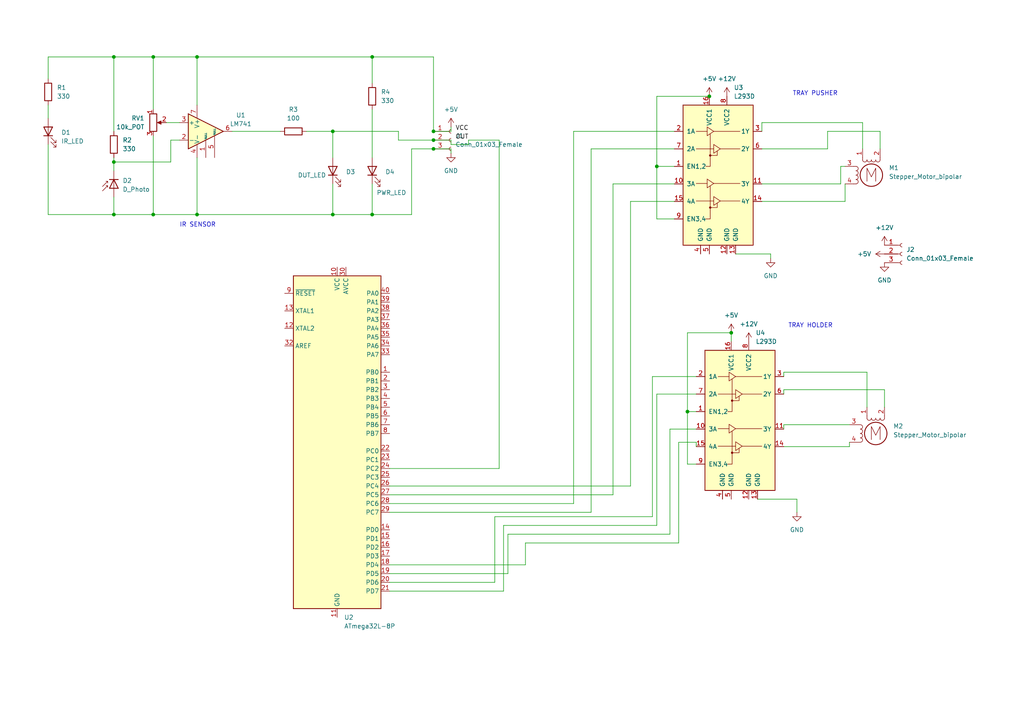
<source format=kicad_sch>
(kicad_sch (version 20211123) (generator eeschema)

  (uuid 3be1267e-2dd9-49a7-ad98-90b8bd575592)

  (paper "A4")

  (lib_symbols
    (symbol "Amplifier_Operational:LM741" (pin_names (offset 0.127)) (in_bom yes) (on_board yes)
      (property "Reference" "U" (id 0) (at 0 6.35 0)
        (effects (font (size 1.27 1.27)) (justify left))
      )
      (property "Value" "LM741" (id 1) (at 0 3.81 0)
        (effects (font (size 1.27 1.27)) (justify left))
      )
      (property "Footprint" "" (id 2) (at 1.27 1.27 0)
        (effects (font (size 1.27 1.27)) hide)
      )
      (property "Datasheet" "http://www.ti.com/lit/ds/symlink/lm741.pdf" (id 3) (at 3.81 3.81 0)
        (effects (font (size 1.27 1.27)) hide)
      )
      (property "ki_keywords" "single opamp" (id 4) (at 0 0 0)
        (effects (font (size 1.27 1.27)) hide)
      )
      (property "ki_description" "Operational Amplifier, DIP-8/TO-99-8" (id 5) (at 0 0 0)
        (effects (font (size 1.27 1.27)) hide)
      )
      (property "ki_fp_filters" "SOIC*3.9x4.9mm*P1.27mm* DIP*W7.62mm* TSSOP*3x3mm*P0.65mm*" (id 6) (at 0 0 0)
        (effects (font (size 1.27 1.27)) hide)
      )
      (symbol "LM741_0_1"
        (polyline
          (pts
            (xy -5.08 5.08)
            (xy 5.08 0)
            (xy -5.08 -5.08)
            (xy -5.08 5.08)
          )
          (stroke (width 0.254) (type default) (color 0 0 0 0))
          (fill (type background))
        )
      )
      (symbol "LM741_1_1"
        (pin input line (at 0 -7.62 90) (length 5.08)
          (name "NULL" (effects (font (size 0.508 0.508))))
          (number "1" (effects (font (size 1.27 1.27))))
        )
        (pin input line (at -7.62 -2.54 0) (length 2.54)
          (name "-" (effects (font (size 1.27 1.27))))
          (number "2" (effects (font (size 1.27 1.27))))
        )
        (pin input line (at -7.62 2.54 0) (length 2.54)
          (name "+" (effects (font (size 1.27 1.27))))
          (number "3" (effects (font (size 1.27 1.27))))
        )
        (pin power_in line (at -2.54 -7.62 90) (length 3.81)
          (name "V-" (effects (font (size 1.27 1.27))))
          (number "4" (effects (font (size 1.27 1.27))))
        )
        (pin input line (at 2.54 -7.62 90) (length 6.35)
          (name "NULL" (effects (font (size 0.508 0.508))))
          (number "5" (effects (font (size 1.27 1.27))))
        )
        (pin output line (at 7.62 0 180) (length 2.54)
          (name "~" (effects (font (size 1.27 1.27))))
          (number "6" (effects (font (size 1.27 1.27))))
        )
        (pin power_in line (at -2.54 7.62 270) (length 3.81)
          (name "V+" (effects (font (size 1.27 1.27))))
          (number "7" (effects (font (size 1.27 1.27))))
        )
        (pin no_connect line (at 0 2.54 270) (length 2.54) hide
          (name "NC" (effects (font (size 1.27 1.27))))
          (number "8" (effects (font (size 1.27 1.27))))
        )
      )
    )
    (symbol "Connector:Conn_01x03_Female" (pin_names (offset 1.016) hide) (in_bom yes) (on_board yes)
      (property "Reference" "J" (id 0) (at 0 5.08 0)
        (effects (font (size 1.27 1.27)))
      )
      (property "Value" "Conn_01x03_Female" (id 1) (at 0 -5.08 0)
        (effects (font (size 1.27 1.27)))
      )
      (property "Footprint" "" (id 2) (at 0 0 0)
        (effects (font (size 1.27 1.27)) hide)
      )
      (property "Datasheet" "~" (id 3) (at 0 0 0)
        (effects (font (size 1.27 1.27)) hide)
      )
      (property "ki_keywords" "connector" (id 4) (at 0 0 0)
        (effects (font (size 1.27 1.27)) hide)
      )
      (property "ki_description" "Generic connector, single row, 01x03, script generated (kicad-library-utils/schlib/autogen/connector/)" (id 5) (at 0 0 0)
        (effects (font (size 1.27 1.27)) hide)
      )
      (property "ki_fp_filters" "Connector*:*_1x??_*" (id 6) (at 0 0 0)
        (effects (font (size 1.27 1.27)) hide)
      )
      (symbol "Conn_01x03_Female_1_1"
        (arc (start 0 -2.032) (mid -0.508 -2.54) (end 0 -3.048)
          (stroke (width 0.1524) (type default) (color 0 0 0 0))
          (fill (type none))
        )
        (polyline
          (pts
            (xy -1.27 -2.54)
            (xy -0.508 -2.54)
          )
          (stroke (width 0.1524) (type default) (color 0 0 0 0))
          (fill (type none))
        )
        (polyline
          (pts
            (xy -1.27 0)
            (xy -0.508 0)
          )
          (stroke (width 0.1524) (type default) (color 0 0 0 0))
          (fill (type none))
        )
        (polyline
          (pts
            (xy -1.27 2.54)
            (xy -0.508 2.54)
          )
          (stroke (width 0.1524) (type default) (color 0 0 0 0))
          (fill (type none))
        )
        (arc (start 0 0.508) (mid -0.508 0) (end 0 -0.508)
          (stroke (width 0.1524) (type default) (color 0 0 0 0))
          (fill (type none))
        )
        (arc (start 0 3.048) (mid -0.508 2.54) (end 0 2.032)
          (stroke (width 0.1524) (type default) (color 0 0 0 0))
          (fill (type none))
        )
        (pin passive line (at -5.08 2.54 0) (length 3.81)
          (name "Pin_1" (effects (font (size 1.27 1.27))))
          (number "1" (effects (font (size 1.27 1.27))))
        )
        (pin passive line (at -5.08 0 0) (length 3.81)
          (name "Pin_2" (effects (font (size 1.27 1.27))))
          (number "2" (effects (font (size 1.27 1.27))))
        )
        (pin passive line (at -5.08 -2.54 0) (length 3.81)
          (name "Pin_3" (effects (font (size 1.27 1.27))))
          (number "3" (effects (font (size 1.27 1.27))))
        )
      )
    )
    (symbol "Device:D_Photo" (pin_numbers hide) (pin_names hide) (in_bom yes) (on_board yes)
      (property "Reference" "D" (id 0) (at 0.508 1.778 0)
        (effects (font (size 1.27 1.27)) (justify left))
      )
      (property "Value" "D_Photo" (id 1) (at -1.016 -2.794 0)
        (effects (font (size 1.27 1.27)))
      )
      (property "Footprint" "" (id 2) (at -1.27 0 0)
        (effects (font (size 1.27 1.27)) hide)
      )
      (property "Datasheet" "~" (id 3) (at -1.27 0 0)
        (effects (font (size 1.27 1.27)) hide)
      )
      (property "ki_keywords" "photodiode diode opto" (id 4) (at 0 0 0)
        (effects (font (size 1.27 1.27)) hide)
      )
      (property "ki_description" "Photodiode" (id 5) (at 0 0 0)
        (effects (font (size 1.27 1.27)) hide)
      )
      (symbol "D_Photo_0_1"
        (polyline
          (pts
            (xy -2.54 1.27)
            (xy -2.54 -1.27)
          )
          (stroke (width 0.254) (type default) (color 0 0 0 0))
          (fill (type none))
        )
        (polyline
          (pts
            (xy -2.032 1.778)
            (xy -1.524 1.778)
          )
          (stroke (width 0) (type default) (color 0 0 0 0))
          (fill (type none))
        )
        (polyline
          (pts
            (xy 0 0)
            (xy -2.54 0)
          )
          (stroke (width 0) (type default) (color 0 0 0 0))
          (fill (type none))
        )
        (polyline
          (pts
            (xy -0.508 3.302)
            (xy -2.032 1.778)
            (xy -2.032 2.286)
          )
          (stroke (width 0) (type default) (color 0 0 0 0))
          (fill (type none))
        )
        (polyline
          (pts
            (xy 0 -1.27)
            (xy 0 1.27)
            (xy -2.54 0)
            (xy 0 -1.27)
          )
          (stroke (width 0.254) (type default) (color 0 0 0 0))
          (fill (type none))
        )
        (polyline
          (pts
            (xy 0.762 3.302)
            (xy -0.762 1.778)
            (xy -0.762 2.286)
            (xy -0.762 1.778)
            (xy -0.254 1.778)
          )
          (stroke (width 0) (type default) (color 0 0 0 0))
          (fill (type none))
        )
      )
      (symbol "D_Photo_1_1"
        (pin passive line (at -5.08 0 0) (length 2.54)
          (name "K" (effects (font (size 1.27 1.27))))
          (number "1" (effects (font (size 1.27 1.27))))
        )
        (pin passive line (at 2.54 0 180) (length 2.54)
          (name "A" (effects (font (size 1.27 1.27))))
          (number "2" (effects (font (size 1.27 1.27))))
        )
      )
    )
    (symbol "Device:LED" (pin_numbers hide) (pin_names (offset 1.016) hide) (in_bom yes) (on_board yes)
      (property "Reference" "D" (id 0) (at 0 2.54 0)
        (effects (font (size 1.27 1.27)))
      )
      (property "Value" "LED" (id 1) (at 0 -2.54 0)
        (effects (font (size 1.27 1.27)))
      )
      (property "Footprint" "" (id 2) (at 0 0 0)
        (effects (font (size 1.27 1.27)) hide)
      )
      (property "Datasheet" "~" (id 3) (at 0 0 0)
        (effects (font (size 1.27 1.27)) hide)
      )
      (property "ki_keywords" "LED diode" (id 4) (at 0 0 0)
        (effects (font (size 1.27 1.27)) hide)
      )
      (property "ki_description" "Light emitting diode" (id 5) (at 0 0 0)
        (effects (font (size 1.27 1.27)) hide)
      )
      (property "ki_fp_filters" "LED* LED_SMD:* LED_THT:*" (id 6) (at 0 0 0)
        (effects (font (size 1.27 1.27)) hide)
      )
      (symbol "LED_0_1"
        (polyline
          (pts
            (xy -1.27 -1.27)
            (xy -1.27 1.27)
          )
          (stroke (width 0.254) (type default) (color 0 0 0 0))
          (fill (type none))
        )
        (polyline
          (pts
            (xy -1.27 0)
            (xy 1.27 0)
          )
          (stroke (width 0) (type default) (color 0 0 0 0))
          (fill (type none))
        )
        (polyline
          (pts
            (xy 1.27 -1.27)
            (xy 1.27 1.27)
            (xy -1.27 0)
            (xy 1.27 -1.27)
          )
          (stroke (width 0.254) (type default) (color 0 0 0 0))
          (fill (type none))
        )
        (polyline
          (pts
            (xy -3.048 -0.762)
            (xy -4.572 -2.286)
            (xy -3.81 -2.286)
            (xy -4.572 -2.286)
            (xy -4.572 -1.524)
          )
          (stroke (width 0) (type default) (color 0 0 0 0))
          (fill (type none))
        )
        (polyline
          (pts
            (xy -1.778 -0.762)
            (xy -3.302 -2.286)
            (xy -2.54 -2.286)
            (xy -3.302 -2.286)
            (xy -3.302 -1.524)
          )
          (stroke (width 0) (type default) (color 0 0 0 0))
          (fill (type none))
        )
      )
      (symbol "LED_1_1"
        (pin passive line (at -3.81 0 0) (length 2.54)
          (name "K" (effects (font (size 1.27 1.27))))
          (number "1" (effects (font (size 1.27 1.27))))
        )
        (pin passive line (at 3.81 0 180) (length 2.54)
          (name "A" (effects (font (size 1.27 1.27))))
          (number "2" (effects (font (size 1.27 1.27))))
        )
      )
    )
    (symbol "Device:R" (pin_numbers hide) (pin_names (offset 0)) (in_bom yes) (on_board yes)
      (property "Reference" "R" (id 0) (at 2.032 0 90)
        (effects (font (size 1.27 1.27)))
      )
      (property "Value" "R" (id 1) (at 0 0 90)
        (effects (font (size 1.27 1.27)))
      )
      (property "Footprint" "" (id 2) (at -1.778 0 90)
        (effects (font (size 1.27 1.27)) hide)
      )
      (property "Datasheet" "~" (id 3) (at 0 0 0)
        (effects (font (size 1.27 1.27)) hide)
      )
      (property "ki_keywords" "R res resistor" (id 4) (at 0 0 0)
        (effects (font (size 1.27 1.27)) hide)
      )
      (property "ki_description" "Resistor" (id 5) (at 0 0 0)
        (effects (font (size 1.27 1.27)) hide)
      )
      (property "ki_fp_filters" "R_*" (id 6) (at 0 0 0)
        (effects (font (size 1.27 1.27)) hide)
      )
      (symbol "R_0_1"
        (rectangle (start -1.016 -2.54) (end 1.016 2.54)
          (stroke (width 0.254) (type default) (color 0 0 0 0))
          (fill (type none))
        )
      )
      (symbol "R_1_1"
        (pin passive line (at 0 3.81 270) (length 1.27)
          (name "~" (effects (font (size 1.27 1.27))))
          (number "1" (effects (font (size 1.27 1.27))))
        )
        (pin passive line (at 0 -3.81 90) (length 1.27)
          (name "~" (effects (font (size 1.27 1.27))))
          (number "2" (effects (font (size 1.27 1.27))))
        )
      )
    )
    (symbol "Device:R_Potentiometer" (pin_names (offset 1.016) hide) (in_bom yes) (on_board yes)
      (property "Reference" "RV" (id 0) (at -4.445 0 90)
        (effects (font (size 1.27 1.27)))
      )
      (property "Value" "R_Potentiometer" (id 1) (at -2.54 0 90)
        (effects (font (size 1.27 1.27)))
      )
      (property "Footprint" "" (id 2) (at 0 0 0)
        (effects (font (size 1.27 1.27)) hide)
      )
      (property "Datasheet" "~" (id 3) (at 0 0 0)
        (effects (font (size 1.27 1.27)) hide)
      )
      (property "ki_keywords" "resistor variable" (id 4) (at 0 0 0)
        (effects (font (size 1.27 1.27)) hide)
      )
      (property "ki_description" "Potentiometer" (id 5) (at 0 0 0)
        (effects (font (size 1.27 1.27)) hide)
      )
      (property "ki_fp_filters" "Potentiometer*" (id 6) (at 0 0 0)
        (effects (font (size 1.27 1.27)) hide)
      )
      (symbol "R_Potentiometer_0_1"
        (polyline
          (pts
            (xy 2.54 0)
            (xy 1.524 0)
          )
          (stroke (width 0) (type default) (color 0 0 0 0))
          (fill (type none))
        )
        (polyline
          (pts
            (xy 1.143 0)
            (xy 2.286 0.508)
            (xy 2.286 -0.508)
            (xy 1.143 0)
          )
          (stroke (width 0) (type default) (color 0 0 0 0))
          (fill (type outline))
        )
        (rectangle (start 1.016 2.54) (end -1.016 -2.54)
          (stroke (width 0.254) (type default) (color 0 0 0 0))
          (fill (type none))
        )
      )
      (symbol "R_Potentiometer_1_1"
        (pin passive line (at 0 3.81 270) (length 1.27)
          (name "1" (effects (font (size 1.27 1.27))))
          (number "1" (effects (font (size 1.27 1.27))))
        )
        (pin passive line (at 3.81 0 180) (length 1.27)
          (name "2" (effects (font (size 1.27 1.27))))
          (number "2" (effects (font (size 1.27 1.27))))
        )
        (pin passive line (at 0 -3.81 90) (length 1.27)
          (name "3" (effects (font (size 1.27 1.27))))
          (number "3" (effects (font (size 1.27 1.27))))
        )
      )
    )
    (symbol "Driver_Motor:L293D" (pin_names (offset 1.016)) (in_bom yes) (on_board yes)
      (property "Reference" "U" (id 0) (at -5.08 26.035 0)
        (effects (font (size 1.27 1.27)) (justify right))
      )
      (property "Value" "L293D" (id 1) (at -5.08 24.13 0)
        (effects (font (size 1.27 1.27)) (justify right))
      )
      (property "Footprint" "Package_DIP:DIP-16_W7.62mm" (id 2) (at 6.35 -19.05 0)
        (effects (font (size 1.27 1.27)) (justify left) hide)
      )
      (property "Datasheet" "http://www.ti.com/lit/ds/symlink/l293.pdf" (id 3) (at -7.62 17.78 0)
        (effects (font (size 1.27 1.27)) hide)
      )
      (property "ki_keywords" "Half-H Driver Motor" (id 4) (at 0 0 0)
        (effects (font (size 1.27 1.27)) hide)
      )
      (property "ki_description" "Quadruple Half-H Drivers" (id 5) (at 0 0 0)
        (effects (font (size 1.27 1.27)) hide)
      )
      (property "ki_fp_filters" "DIP*W7.62mm*" (id 6) (at 0 0 0)
        (effects (font (size 1.27 1.27)) hide)
      )
      (symbol "L293D_0_1"
        (rectangle (start -10.16 22.86) (end 10.16 -17.78)
          (stroke (width 0.254) (type default) (color 0 0 0 0))
          (fill (type background))
        )
        (circle (center -2.286 -6.858) (radius 0.254)
          (stroke (width 0) (type default) (color 0 0 0 0))
          (fill (type outline))
        )
        (circle (center -2.286 8.255) (radius 0.254)
          (stroke (width 0) (type default) (color 0 0 0 0))
          (fill (type outline))
        )
        (polyline
          (pts
            (xy -6.35 -4.953)
            (xy -1.27 -4.953)
          )
          (stroke (width 0) (type default) (color 0 0 0 0))
          (fill (type none))
        )
        (polyline
          (pts
            (xy -6.35 0.127)
            (xy -3.175 0.127)
          )
          (stroke (width 0) (type default) (color 0 0 0 0))
          (fill (type none))
        )
        (polyline
          (pts
            (xy -6.35 10.16)
            (xy -1.27 10.16)
          )
          (stroke (width 0) (type default) (color 0 0 0 0))
          (fill (type none))
        )
        (polyline
          (pts
            (xy -6.35 15.24)
            (xy -3.175 15.24)
          )
          (stroke (width 0) (type default) (color 0 0 0 0))
          (fill (type none))
        )
        (polyline
          (pts
            (xy -1.27 0.127)
            (xy 6.35 0.127)
          )
          (stroke (width 0) (type default) (color 0 0 0 0))
          (fill (type none))
        )
        (polyline
          (pts
            (xy -1.27 15.24)
            (xy 6.35 15.24)
          )
          (stroke (width 0) (type default) (color 0 0 0 0))
          (fill (type none))
        )
        (polyline
          (pts
            (xy 0.635 -4.953)
            (xy 6.35 -4.953)
          )
          (stroke (width 0) (type default) (color 0 0 0 0))
          (fill (type none))
        )
        (polyline
          (pts
            (xy 0.635 10.16)
            (xy 6.35 10.16)
          )
          (stroke (width 0) (type default) (color 0 0 0 0))
          (fill (type none))
        )
        (polyline
          (pts
            (xy -2.286 -6.858)
            (xy -0.254 -6.858)
            (xy -0.254 -5.588)
          )
          (stroke (width 0) (type default) (color 0 0 0 0))
          (fill (type none))
        )
        (polyline
          (pts
            (xy -2.286 -0.635)
            (xy -2.286 -10.16)
            (xy -3.556 -10.16)
          )
          (stroke (width 0) (type default) (color 0 0 0 0))
          (fill (type none))
        )
        (polyline
          (pts
            (xy -2.286 8.255)
            (xy -0.254 8.255)
            (xy -0.254 9.525)
          )
          (stroke (width 0) (type default) (color 0 0 0 0))
          (fill (type none))
        )
        (polyline
          (pts
            (xy -2.286 14.478)
            (xy -2.286 5.08)
            (xy -3.556 5.08)
          )
          (stroke (width 0) (type default) (color 0 0 0 0))
          (fill (type none))
        )
        (polyline
          (pts
            (xy -3.175 1.397)
            (xy -3.175 -1.143)
            (xy -1.27 0.127)
            (xy -3.175 1.397)
          )
          (stroke (width 0) (type default) (color 0 0 0 0))
          (fill (type none))
        )
        (polyline
          (pts
            (xy -3.175 16.51)
            (xy -3.175 13.97)
            (xy -1.27 15.24)
            (xy -3.175 16.51)
          )
          (stroke (width 0) (type default) (color 0 0 0 0))
          (fill (type none))
        )
        (polyline
          (pts
            (xy -1.27 -3.683)
            (xy -1.27 -6.223)
            (xy 0.635 -4.953)
            (xy -1.27 -3.683)
          )
          (stroke (width 0) (type default) (color 0 0 0 0))
          (fill (type none))
        )
        (polyline
          (pts
            (xy -1.27 11.43)
            (xy -1.27 8.89)
            (xy 0.635 10.16)
            (xy -1.27 11.43)
          )
          (stroke (width 0) (type default) (color 0 0 0 0))
          (fill (type none))
        )
      )
      (symbol "L293D_1_1"
        (pin input line (at -12.7 5.08 0) (length 2.54)
          (name "EN1,2" (effects (font (size 1.27 1.27))))
          (number "1" (effects (font (size 1.27 1.27))))
        )
        (pin input line (at -12.7 0 0) (length 2.54)
          (name "3A" (effects (font (size 1.27 1.27))))
          (number "10" (effects (font (size 1.27 1.27))))
        )
        (pin output line (at 12.7 0 180) (length 2.54)
          (name "3Y" (effects (font (size 1.27 1.27))))
          (number "11" (effects (font (size 1.27 1.27))))
        )
        (pin power_in line (at 2.54 -20.32 90) (length 2.54)
          (name "GND" (effects (font (size 1.27 1.27))))
          (number "12" (effects (font (size 1.27 1.27))))
        )
        (pin power_in line (at 5.08 -20.32 90) (length 2.54)
          (name "GND" (effects (font (size 1.27 1.27))))
          (number "13" (effects (font (size 1.27 1.27))))
        )
        (pin output line (at 12.7 -5.08 180) (length 2.54)
          (name "4Y" (effects (font (size 1.27 1.27))))
          (number "14" (effects (font (size 1.27 1.27))))
        )
        (pin input line (at -12.7 -5.08 0) (length 2.54)
          (name "4A" (effects (font (size 1.27 1.27))))
          (number "15" (effects (font (size 1.27 1.27))))
        )
        (pin power_in line (at -2.54 25.4 270) (length 2.54)
          (name "VCC1" (effects (font (size 1.27 1.27))))
          (number "16" (effects (font (size 1.27 1.27))))
        )
        (pin input line (at -12.7 15.24 0) (length 2.54)
          (name "1A" (effects (font (size 1.27 1.27))))
          (number "2" (effects (font (size 1.27 1.27))))
        )
        (pin output line (at 12.7 15.24 180) (length 2.54)
          (name "1Y" (effects (font (size 1.27 1.27))))
          (number "3" (effects (font (size 1.27 1.27))))
        )
        (pin power_in line (at -5.08 -20.32 90) (length 2.54)
          (name "GND" (effects (font (size 1.27 1.27))))
          (number "4" (effects (font (size 1.27 1.27))))
        )
        (pin power_in line (at -2.54 -20.32 90) (length 2.54)
          (name "GND" (effects (font (size 1.27 1.27))))
          (number "5" (effects (font (size 1.27 1.27))))
        )
        (pin output line (at 12.7 10.16 180) (length 2.54)
          (name "2Y" (effects (font (size 1.27 1.27))))
          (number "6" (effects (font (size 1.27 1.27))))
        )
        (pin input line (at -12.7 10.16 0) (length 2.54)
          (name "2A" (effects (font (size 1.27 1.27))))
          (number "7" (effects (font (size 1.27 1.27))))
        )
        (pin power_in line (at 2.54 25.4 270) (length 2.54)
          (name "VCC2" (effects (font (size 1.27 1.27))))
          (number "8" (effects (font (size 1.27 1.27))))
        )
        (pin input line (at -12.7 -10.16 0) (length 2.54)
          (name "EN3,4" (effects (font (size 1.27 1.27))))
          (number "9" (effects (font (size 1.27 1.27))))
        )
      )
    )
    (symbol "MCU_Microchip_ATmega:ATmega32L-8P" (in_bom yes) (on_board yes)
      (property "Reference" "U" (id 0) (at -12.7 49.53 0)
        (effects (font (size 1.27 1.27)) (justify left bottom))
      )
      (property "Value" "ATmega32L-8P" (id 1) (at 2.54 -49.53 0)
        (effects (font (size 1.27 1.27)) (justify left top))
      )
      (property "Footprint" "Package_DIP:DIP-40_W15.24mm" (id 2) (at 0 0 0)
        (effects (font (size 1.27 1.27) italic) hide)
      )
      (property "Datasheet" "http://ww1.microchip.com/downloads/en/DeviceDoc/doc2503.pdf" (id 3) (at 0 0 0)
        (effects (font (size 1.27 1.27)) hide)
      )
      (property "ki_keywords" "AVR 8bit Microcontroller MegaAVR" (id 4) (at 0 0 0)
        (effects (font (size 1.27 1.27)) hide)
      )
      (property "ki_description" "8MHz, 32kB Flash, 2kB SRAM, 1kB EEPROM, JTAG, DIP-40" (id 5) (at 0 0 0)
        (effects (font (size 1.27 1.27)) hide)
      )
      (property "ki_fp_filters" "DIP*W15.24mm*" (id 6) (at 0 0 0)
        (effects (font (size 1.27 1.27)) hide)
      )
      (symbol "ATmega32L-8P_0_1"
        (rectangle (start -12.7 -48.26) (end 12.7 48.26)
          (stroke (width 0.254) (type default) (color 0 0 0 0))
          (fill (type background))
        )
      )
      (symbol "ATmega32L-8P_1_1"
        (pin bidirectional line (at 15.24 20.32 180) (length 2.54)
          (name "PB0" (effects (font (size 1.27 1.27))))
          (number "1" (effects (font (size 1.27 1.27))))
        )
        (pin power_in line (at 0 50.8 270) (length 2.54)
          (name "VCC" (effects (font (size 1.27 1.27))))
          (number "10" (effects (font (size 1.27 1.27))))
        )
        (pin power_in line (at 0 -50.8 90) (length 2.54)
          (name "GND" (effects (font (size 1.27 1.27))))
          (number "11" (effects (font (size 1.27 1.27))))
        )
        (pin output line (at -15.24 33.02 0) (length 2.54)
          (name "XTAL2" (effects (font (size 1.27 1.27))))
          (number "12" (effects (font (size 1.27 1.27))))
        )
        (pin input line (at -15.24 38.1 0) (length 2.54)
          (name "XTAL1" (effects (font (size 1.27 1.27))))
          (number "13" (effects (font (size 1.27 1.27))))
        )
        (pin bidirectional line (at 15.24 -25.4 180) (length 2.54)
          (name "PD0" (effects (font (size 1.27 1.27))))
          (number "14" (effects (font (size 1.27 1.27))))
        )
        (pin bidirectional line (at 15.24 -27.94 180) (length 2.54)
          (name "PD1" (effects (font (size 1.27 1.27))))
          (number "15" (effects (font (size 1.27 1.27))))
        )
        (pin bidirectional line (at 15.24 -30.48 180) (length 2.54)
          (name "PD2" (effects (font (size 1.27 1.27))))
          (number "16" (effects (font (size 1.27 1.27))))
        )
        (pin bidirectional line (at 15.24 -33.02 180) (length 2.54)
          (name "PD3" (effects (font (size 1.27 1.27))))
          (number "17" (effects (font (size 1.27 1.27))))
        )
        (pin bidirectional line (at 15.24 -35.56 180) (length 2.54)
          (name "PD4" (effects (font (size 1.27 1.27))))
          (number "18" (effects (font (size 1.27 1.27))))
        )
        (pin bidirectional line (at 15.24 -38.1 180) (length 2.54)
          (name "PD5" (effects (font (size 1.27 1.27))))
          (number "19" (effects (font (size 1.27 1.27))))
        )
        (pin bidirectional line (at 15.24 17.78 180) (length 2.54)
          (name "PB1" (effects (font (size 1.27 1.27))))
          (number "2" (effects (font (size 1.27 1.27))))
        )
        (pin bidirectional line (at 15.24 -40.64 180) (length 2.54)
          (name "PD6" (effects (font (size 1.27 1.27))))
          (number "20" (effects (font (size 1.27 1.27))))
        )
        (pin bidirectional line (at 15.24 -43.18 180) (length 2.54)
          (name "PD7" (effects (font (size 1.27 1.27))))
          (number "21" (effects (font (size 1.27 1.27))))
        )
        (pin bidirectional line (at 15.24 -2.54 180) (length 2.54)
          (name "PC0" (effects (font (size 1.27 1.27))))
          (number "22" (effects (font (size 1.27 1.27))))
        )
        (pin bidirectional line (at 15.24 -5.08 180) (length 2.54)
          (name "PC1" (effects (font (size 1.27 1.27))))
          (number "23" (effects (font (size 1.27 1.27))))
        )
        (pin bidirectional line (at 15.24 -7.62 180) (length 2.54)
          (name "PC2" (effects (font (size 1.27 1.27))))
          (number "24" (effects (font (size 1.27 1.27))))
        )
        (pin bidirectional line (at 15.24 -10.16 180) (length 2.54)
          (name "PC3" (effects (font (size 1.27 1.27))))
          (number "25" (effects (font (size 1.27 1.27))))
        )
        (pin bidirectional line (at 15.24 -12.7 180) (length 2.54)
          (name "PC4" (effects (font (size 1.27 1.27))))
          (number "26" (effects (font (size 1.27 1.27))))
        )
        (pin bidirectional line (at 15.24 -15.24 180) (length 2.54)
          (name "PC5" (effects (font (size 1.27 1.27))))
          (number "27" (effects (font (size 1.27 1.27))))
        )
        (pin bidirectional line (at 15.24 -17.78 180) (length 2.54)
          (name "PC6" (effects (font (size 1.27 1.27))))
          (number "28" (effects (font (size 1.27 1.27))))
        )
        (pin bidirectional line (at 15.24 -20.32 180) (length 2.54)
          (name "PC7" (effects (font (size 1.27 1.27))))
          (number "29" (effects (font (size 1.27 1.27))))
        )
        (pin bidirectional line (at 15.24 15.24 180) (length 2.54)
          (name "PB2" (effects (font (size 1.27 1.27))))
          (number "3" (effects (font (size 1.27 1.27))))
        )
        (pin power_in line (at 2.54 50.8 270) (length 2.54)
          (name "AVCC" (effects (font (size 1.27 1.27))))
          (number "30" (effects (font (size 1.27 1.27))))
        )
        (pin passive line (at 0 -50.8 90) (length 2.54) hide
          (name "GND" (effects (font (size 1.27 1.27))))
          (number "31" (effects (font (size 1.27 1.27))))
        )
        (pin passive line (at -15.24 27.94 0) (length 2.54)
          (name "AREF" (effects (font (size 1.27 1.27))))
          (number "32" (effects (font (size 1.27 1.27))))
        )
        (pin bidirectional line (at 15.24 25.4 180) (length 2.54)
          (name "PA7" (effects (font (size 1.27 1.27))))
          (number "33" (effects (font (size 1.27 1.27))))
        )
        (pin bidirectional line (at 15.24 27.94 180) (length 2.54)
          (name "PA6" (effects (font (size 1.27 1.27))))
          (number "34" (effects (font (size 1.27 1.27))))
        )
        (pin bidirectional line (at 15.24 30.48 180) (length 2.54)
          (name "PA5" (effects (font (size 1.27 1.27))))
          (number "35" (effects (font (size 1.27 1.27))))
        )
        (pin bidirectional line (at 15.24 33.02 180) (length 2.54)
          (name "PA4" (effects (font (size 1.27 1.27))))
          (number "36" (effects (font (size 1.27 1.27))))
        )
        (pin bidirectional line (at 15.24 35.56 180) (length 2.54)
          (name "PA3" (effects (font (size 1.27 1.27))))
          (number "37" (effects (font (size 1.27 1.27))))
        )
        (pin bidirectional line (at 15.24 38.1 180) (length 2.54)
          (name "PA2" (effects (font (size 1.27 1.27))))
          (number "38" (effects (font (size 1.27 1.27))))
        )
        (pin bidirectional line (at 15.24 40.64 180) (length 2.54)
          (name "PA1" (effects (font (size 1.27 1.27))))
          (number "39" (effects (font (size 1.27 1.27))))
        )
        (pin bidirectional line (at 15.24 12.7 180) (length 2.54)
          (name "PB3" (effects (font (size 1.27 1.27))))
          (number "4" (effects (font (size 1.27 1.27))))
        )
        (pin bidirectional line (at 15.24 43.18 180) (length 2.54)
          (name "PA0" (effects (font (size 1.27 1.27))))
          (number "40" (effects (font (size 1.27 1.27))))
        )
        (pin bidirectional line (at 15.24 10.16 180) (length 2.54)
          (name "PB4" (effects (font (size 1.27 1.27))))
          (number "5" (effects (font (size 1.27 1.27))))
        )
        (pin bidirectional line (at 15.24 7.62 180) (length 2.54)
          (name "PB5" (effects (font (size 1.27 1.27))))
          (number "6" (effects (font (size 1.27 1.27))))
        )
        (pin bidirectional line (at 15.24 5.08 180) (length 2.54)
          (name "PB6" (effects (font (size 1.27 1.27))))
          (number "7" (effects (font (size 1.27 1.27))))
        )
        (pin bidirectional line (at 15.24 2.54 180) (length 2.54)
          (name "PB7" (effects (font (size 1.27 1.27))))
          (number "8" (effects (font (size 1.27 1.27))))
        )
        (pin input line (at -15.24 43.18 0) (length 2.54)
          (name "~{RESET}" (effects (font (size 1.27 1.27))))
          (number "9" (effects (font (size 1.27 1.27))))
        )
      )
    )
    (symbol "Motor:Stepper_Motor_bipolar" (pin_names (offset 0) hide) (in_bom yes) (on_board yes)
      (property "Reference" "M" (id 0) (at 3.81 2.54 0)
        (effects (font (size 1.27 1.27)) (justify left))
      )
      (property "Value" "Stepper_Motor_bipolar" (id 1) (at 3.81 1.27 0)
        (effects (font (size 1.27 1.27)) (justify left top))
      )
      (property "Footprint" "" (id 2) (at 0.254 -0.254 0)
        (effects (font (size 1.27 1.27)) hide)
      )
      (property "Datasheet" "http://www.infineon.com/dgdl/Application-Note-TLE8110EE_driving_UniPolarStepperMotor_V1.1.pdf?fileId=db3a30431be39b97011be5d0aa0a00b0" (id 3) (at 0.254 -0.254 0)
        (effects (font (size 1.27 1.27)) hide)
      )
      (property "ki_keywords" "bipolar stepper motor" (id 4) (at 0 0 0)
        (effects (font (size 1.27 1.27)) hide)
      )
      (property "ki_description" "4-wire bipolar stepper motor" (id 5) (at 0 0 0)
        (effects (font (size 1.27 1.27)) hide)
      )
      (property "ki_fp_filters" "PinHeader*P2.54mm*Vertical* TerminalBlock* Motor*" (id 6) (at 0 0 0)
        (effects (font (size 1.27 1.27)) hide)
      )
      (symbol "Stepper_Motor_bipolar_0_0"
        (polyline
          (pts
            (xy -1.27 -1.778)
            (xy -1.27 2.032)
            (xy 0 -0.508)
            (xy 1.27 2.032)
            (xy 1.27 -1.778)
          )
          (stroke (width 0) (type default) (color 0 0 0 0))
          (fill (type none))
        )
      )
      (symbol "Stepper_Motor_bipolar_0_1"
        (arc (start -4.445 -2.54) (mid -3.81 -1.905) (end -4.445 -1.27)
          (stroke (width 0) (type default) (color 0 0 0 0))
          (fill (type none))
        )
        (arc (start -4.445 -1.27) (mid -3.81 -0.635) (end -4.445 0)
          (stroke (width 0) (type default) (color 0 0 0 0))
          (fill (type none))
        )
        (arc (start -4.445 0) (mid -3.81 0.635) (end -4.445 1.27)
          (stroke (width 0) (type default) (color 0 0 0 0))
          (fill (type none))
        )
        (arc (start -4.445 1.27) (mid -3.81 1.905) (end -4.445 2.54)
          (stroke (width 0) (type default) (color 0 0 0 0))
          (fill (type none))
        )
        (arc (start -2.54 4.445) (mid -1.905 3.81) (end -1.27 4.445)
          (stroke (width 0) (type default) (color 0 0 0 0))
          (fill (type none))
        )
        (arc (start -1.27 4.445) (mid -0.635 3.81) (end 0 4.445)
          (stroke (width 0) (type default) (color 0 0 0 0))
          (fill (type none))
        )
        (polyline
          (pts
            (xy -5.08 -2.54)
            (xy -4.445 -2.54)
          )
          (stroke (width 0) (type default) (color 0 0 0 0))
          (fill (type none))
        )
        (polyline
          (pts
            (xy -5.08 2.54)
            (xy -4.445 2.54)
          )
          (stroke (width 0) (type default) (color 0 0 0 0))
          (fill (type none))
        )
        (polyline
          (pts
            (xy -2.54 5.08)
            (xy -2.54 4.445)
          )
          (stroke (width 0) (type default) (color 0 0 0 0))
          (fill (type none))
        )
        (polyline
          (pts
            (xy 2.54 5.08)
            (xy 2.54 4.445)
          )
          (stroke (width 0) (type default) (color 0 0 0 0))
          (fill (type none))
        )
        (circle (center 0 0) (radius 3.2512)
          (stroke (width 0.254) (type default) (color 0 0 0 0))
          (fill (type none))
        )
        (arc (start 0 4.445) (mid 0.635 3.81) (end 1.27 4.445)
          (stroke (width 0) (type default) (color 0 0 0 0))
          (fill (type none))
        )
        (arc (start 1.27 4.445) (mid 1.905 3.81) (end 2.54 4.445)
          (stroke (width 0) (type default) (color 0 0 0 0))
          (fill (type none))
        )
      )
      (symbol "Stepper_Motor_bipolar_1_1"
        (pin passive line (at -2.54 7.62 270) (length 2.54)
          (name "~" (effects (font (size 1.27 1.27))))
          (number "1" (effects (font (size 1.27 1.27))))
        )
        (pin passive line (at 2.54 7.62 270) (length 2.54)
          (name "-" (effects (font (size 1.27 1.27))))
          (number "2" (effects (font (size 1.27 1.27))))
        )
        (pin passive line (at -7.62 2.54 0) (length 2.54)
          (name "~" (effects (font (size 1.27 1.27))))
          (number "3" (effects (font (size 1.27 1.27))))
        )
        (pin passive line (at -7.62 -2.54 0) (length 2.54)
          (name "~" (effects (font (size 1.27 1.27))))
          (number "4" (effects (font (size 1.27 1.27))))
        )
      )
    )
    (symbol "power:+12V" (power) (pin_names (offset 0)) (in_bom yes) (on_board yes)
      (property "Reference" "#PWR" (id 0) (at 0 -3.81 0)
        (effects (font (size 1.27 1.27)) hide)
      )
      (property "Value" "+12V" (id 1) (at 0 3.556 0)
        (effects (font (size 1.27 1.27)))
      )
      (property "Footprint" "" (id 2) (at 0 0 0)
        (effects (font (size 1.27 1.27)) hide)
      )
      (property "Datasheet" "" (id 3) (at 0 0 0)
        (effects (font (size 1.27 1.27)) hide)
      )
      (property "ki_keywords" "power-flag" (id 4) (at 0 0 0)
        (effects (font (size 1.27 1.27)) hide)
      )
      (property "ki_description" "Power symbol creates a global label with name \"+12V\"" (id 5) (at 0 0 0)
        (effects (font (size 1.27 1.27)) hide)
      )
      (symbol "+12V_0_1"
        (polyline
          (pts
            (xy -0.762 1.27)
            (xy 0 2.54)
          )
          (stroke (width 0) (type default) (color 0 0 0 0))
          (fill (type none))
        )
        (polyline
          (pts
            (xy 0 0)
            (xy 0 2.54)
          )
          (stroke (width 0) (type default) (color 0 0 0 0))
          (fill (type none))
        )
        (polyline
          (pts
            (xy 0 2.54)
            (xy 0.762 1.27)
          )
          (stroke (width 0) (type default) (color 0 0 0 0))
          (fill (type none))
        )
      )
      (symbol "+12V_1_1"
        (pin power_in line (at 0 0 90) (length 0) hide
          (name "+12V" (effects (font (size 1.27 1.27))))
          (number "1" (effects (font (size 1.27 1.27))))
        )
      )
    )
    (symbol "power:+5V" (power) (pin_names (offset 0)) (in_bom yes) (on_board yes)
      (property "Reference" "#PWR" (id 0) (at 0 -3.81 0)
        (effects (font (size 1.27 1.27)) hide)
      )
      (property "Value" "+5V" (id 1) (at 0 3.556 0)
        (effects (font (size 1.27 1.27)))
      )
      (property "Footprint" "" (id 2) (at 0 0 0)
        (effects (font (size 1.27 1.27)) hide)
      )
      (property "Datasheet" "" (id 3) (at 0 0 0)
        (effects (font (size 1.27 1.27)) hide)
      )
      (property "ki_keywords" "power-flag" (id 4) (at 0 0 0)
        (effects (font (size 1.27 1.27)) hide)
      )
      (property "ki_description" "Power symbol creates a global label with name \"+5V\"" (id 5) (at 0 0 0)
        (effects (font (size 1.27 1.27)) hide)
      )
      (symbol "+5V_0_1"
        (polyline
          (pts
            (xy -0.762 1.27)
            (xy 0 2.54)
          )
          (stroke (width 0) (type default) (color 0 0 0 0))
          (fill (type none))
        )
        (polyline
          (pts
            (xy 0 0)
            (xy 0 2.54)
          )
          (stroke (width 0) (type default) (color 0 0 0 0))
          (fill (type none))
        )
        (polyline
          (pts
            (xy 0 2.54)
            (xy 0.762 1.27)
          )
          (stroke (width 0) (type default) (color 0 0 0 0))
          (fill (type none))
        )
      )
      (symbol "+5V_1_1"
        (pin power_in line (at 0 0 90) (length 0) hide
          (name "+5V" (effects (font (size 1.27 1.27))))
          (number "1" (effects (font (size 1.27 1.27))))
        )
      )
    )
    (symbol "power:GND" (power) (pin_names (offset 0)) (in_bom yes) (on_board yes)
      (property "Reference" "#PWR" (id 0) (at 0 -6.35 0)
        (effects (font (size 1.27 1.27)) hide)
      )
      (property "Value" "GND" (id 1) (at 0 -3.81 0)
        (effects (font (size 1.27 1.27)))
      )
      (property "Footprint" "" (id 2) (at 0 0 0)
        (effects (font (size 1.27 1.27)) hide)
      )
      (property "Datasheet" "" (id 3) (at 0 0 0)
        (effects (font (size 1.27 1.27)) hide)
      )
      (property "ki_keywords" "power-flag" (id 4) (at 0 0 0)
        (effects (font (size 1.27 1.27)) hide)
      )
      (property "ki_description" "Power symbol creates a global label with name \"GND\" , ground" (id 5) (at 0 0 0)
        (effects (font (size 1.27 1.27)) hide)
      )
      (symbol "GND_0_1"
        (polyline
          (pts
            (xy 0 0)
            (xy 0 -1.27)
            (xy 1.27 -1.27)
            (xy 0 -2.54)
            (xy -1.27 -1.27)
            (xy 0 -1.27)
          )
          (stroke (width 0) (type default) (color 0 0 0 0))
          (fill (type none))
        )
      )
      (symbol "GND_1_1"
        (pin power_in line (at 0 0 270) (length 0) hide
          (name "GND" (effects (font (size 1.27 1.27))))
          (number "1" (effects (font (size 1.27 1.27))))
        )
      )
    )
  )

  (junction (at 44.45 62.23) (diameter 0) (color 0 0 0 0)
    (uuid 094ba6d8-e929-430c-b33b-12282efa8ed6)
  )
  (junction (at 190.5 48.26) (diameter 0) (color 0 0 0 0)
    (uuid 18372199-6d42-409f-bbb7-74467619f327)
  )
  (junction (at 96.52 62.23) (diameter 0) (color 0 0 0 0)
    (uuid 38e62a15-d887-40c6-91f4-7559126d35fa)
  )
  (junction (at 205.74 27.94) (diameter 0) (color 0 0 0 0)
    (uuid 4d64d0f4-be74-4279-9c3b-d89549ac6ece)
  )
  (junction (at 33.02 62.23) (diameter 0) (color 0 0 0 0)
    (uuid 4e725c7b-b5f5-4a00-85c1-ad8fe3264ab3)
  )
  (junction (at 57.15 62.23) (diameter 0) (color 0 0 0 0)
    (uuid 4f491cbf-10ce-4254-a5e5-67ffac701ba8)
  )
  (junction (at 125.73 38.1) (diameter 0) (color 0 0 0 0)
    (uuid 56b7f98b-af6e-4723-990e-39640642c1b3)
  )
  (junction (at 125.73 43.18) (diameter 0) (color 0 0 0 0)
    (uuid 56e334c7-8edb-4ce9-ab37-01b9994abfa2)
  )
  (junction (at 199.39 119.38) (diameter 0) (color 0 0 0 0)
    (uuid 5a451970-5725-4eb4-8226-7d7ff733fb02)
  )
  (junction (at 107.95 16.51) (diameter 0) (color 0 0 0 0)
    (uuid 5d756223-900a-454c-a5fd-0b5c6b1e751c)
  )
  (junction (at 57.15 16.51) (diameter 0) (color 0 0 0 0)
    (uuid 66319deb-7d2e-4168-9f92-b60af37e4747)
  )
  (junction (at 107.95 62.23) (diameter 0) (color 0 0 0 0)
    (uuid 7cd1eba2-9472-4985-9032-8ccdd22f9476)
  )
  (junction (at 212.09 96.52) (diameter 0) (color 0 0 0 0)
    (uuid b9da1d38-fded-40b7-b33d-ac2facb5323d)
  )
  (junction (at 125.73 40.64) (diameter 0) (color 0 0 0 0)
    (uuid de588946-9b39-4d98-9e7a-54fe90506fb2)
  )
  (junction (at 33.02 46.99) (diameter 0) (color 0 0 0 0)
    (uuid e12f74ce-b0e8-4faf-bd97-b76ffdd2b62a)
  )
  (junction (at 33.02 16.51) (diameter 0) (color 0 0 0 0)
    (uuid edd93326-80ae-4781-a4e0-9c6537bd2805)
  )
  (junction (at 96.52 38.1) (diameter 0) (color 0 0 0 0)
    (uuid f5928eb5-8afc-49d5-967e-44cb2d91f7af)
  )
  (junction (at 44.45 16.51) (diameter 0) (color 0 0 0 0)
    (uuid feea28eb-66fd-4678-acbe-d13cd13d0fee)
  )

  (wire (pts (xy 190.5 48.26) (xy 190.5 63.5))
    (stroke (width 0) (type default) (color 0 0 0 0))
    (uuid 0287948a-6e5c-49c5-8d77-0b9b36a12c59)
  )
  (wire (pts (xy 96.52 38.1) (xy 115.57 38.1))
    (stroke (width 0) (type default) (color 0 0 0 0))
    (uuid 02f412de-b390-4f6a-b0ce-8a44fce27f1f)
  )
  (wire (pts (xy 49.53 46.99) (xy 33.02 46.99))
    (stroke (width 0) (type default) (color 0 0 0 0))
    (uuid 0348d76a-4cb3-465e-b804-b187691aaf61)
  )
  (wire (pts (xy 125.73 43.18) (xy 130.81 43.18))
    (stroke (width 0) (type default) (color 0 0 0 0))
    (uuid 07cf95ae-0d39-4777-86e1-52ddd6ffdada)
  )
  (wire (pts (xy 199.39 119.38) (xy 199.39 134.62))
    (stroke (width 0) (type default) (color 0 0 0 0))
    (uuid 0963fdd6-ec5e-4052-91da-f1468c15b3de)
  )
  (wire (pts (xy 177.8 143.51) (xy 113.03 143.51))
    (stroke (width 0) (type default) (color 0 0 0 0))
    (uuid 0984c8a3-e1fc-4d24-8e6e-9c4ba5a77a66)
  )
  (wire (pts (xy 135.89 40.64) (xy 135.89 41.91))
    (stroke (width 0) (type default) (color 0 0 0 0))
    (uuid 0c41e147-869b-4aa5-847f-f9853a7e6359)
  )
  (wire (pts (xy 227.33 129.54) (xy 246.38 129.54))
    (stroke (width 0) (type default) (color 0 0 0 0))
    (uuid 0d970ff7-4214-4ce6-a18b-982fea27ed5d)
  )
  (wire (pts (xy 107.95 62.23) (xy 119.38 62.23))
    (stroke (width 0) (type default) (color 0 0 0 0))
    (uuid 0f3b54d6-656e-4cbd-883f-e5ac7394677e)
  )
  (wire (pts (xy 212.09 96.52) (xy 199.39 96.52))
    (stroke (width 0) (type default) (color 0 0 0 0))
    (uuid 1254e653-6d25-4350-aa14-c79fdd099d14)
  )
  (wire (pts (xy 119.38 62.23) (xy 119.38 43.18))
    (stroke (width 0) (type default) (color 0 0 0 0))
    (uuid 15c4a69b-8ff3-4fe0-897c-080047f92586)
  )
  (wire (pts (xy 194.31 124.46) (xy 194.31 154.94))
    (stroke (width 0) (type default) (color 0 0 0 0))
    (uuid 15daaca9-cd8a-4a34-8835-79727b486205)
  )
  (wire (pts (xy 125.73 16.51) (xy 107.95 16.51))
    (stroke (width 0) (type default) (color 0 0 0 0))
    (uuid 1ae26fad-28bf-4712-9429-595d65aebb5c)
  )
  (wire (pts (xy 189.23 149.86) (xy 143.51 149.86))
    (stroke (width 0) (type default) (color 0 0 0 0))
    (uuid 1aef66bb-16db-4634-97f0-ffb16e3fc39f)
  )
  (wire (pts (xy 251.46 107.95) (xy 227.33 107.95))
    (stroke (width 0) (type default) (color 0 0 0 0))
    (uuid 1c4295ae-7680-45f3-a5ef-78bdab714bb6)
  )
  (wire (pts (xy 107.95 31.75) (xy 107.95 45.72))
    (stroke (width 0) (type default) (color 0 0 0 0))
    (uuid 1cf47587-1c07-4644-b62d-827c6dcbec3f)
  )
  (wire (pts (xy 256.54 113.03) (xy 227.33 113.03))
    (stroke (width 0) (type default) (color 0 0 0 0))
    (uuid 1d5f2461-0221-4ef8-a6f4-4f746029b07b)
  )
  (wire (pts (xy 213.36 73.66) (xy 223.52 73.66))
    (stroke (width 0) (type default) (color 0 0 0 0))
    (uuid 1fe23e12-9154-4856-a030-7d46e372deca)
  )
  (wire (pts (xy 13.97 30.48) (xy 13.97 34.29))
    (stroke (width 0) (type default) (color 0 0 0 0))
    (uuid 220841f0-88d6-4b2c-868d-21f30dcfc746)
  )
  (wire (pts (xy 146.05 152.4) (xy 190.5 152.4))
    (stroke (width 0) (type default) (color 0 0 0 0))
    (uuid 248186fe-7484-44f4-85f8-f05f820409f5)
  )
  (wire (pts (xy 67.31 38.1) (xy 81.28 38.1))
    (stroke (width 0) (type default) (color 0 0 0 0))
    (uuid 260064d3-eb78-4f3a-b377-252f750f76b2)
  )
  (wire (pts (xy 119.38 43.18) (xy 125.73 43.18))
    (stroke (width 0) (type default) (color 0 0 0 0))
    (uuid 2697fcda-8822-4f9c-b7e1-47e33d16e73f)
  )
  (wire (pts (xy 96.52 53.34) (xy 96.52 62.23))
    (stroke (width 0) (type default) (color 0 0 0 0))
    (uuid 2ac2e72f-c0b0-4b6e-b4f2-dcf2914197aa)
  )
  (wire (pts (xy 130.81 36.83) (xy 130.81 38.1))
    (stroke (width 0) (type default) (color 0 0 0 0))
    (uuid 2e9b570b-5ce8-4d0c-ab18-b63113ac9499)
  )
  (wire (pts (xy 107.95 16.51) (xy 57.15 16.51))
    (stroke (width 0) (type default) (color 0 0 0 0))
    (uuid 30609bf1-07e2-439b-b3a5-826596da9e2b)
  )
  (wire (pts (xy 195.58 43.18) (xy 171.45 43.18))
    (stroke (width 0) (type default) (color 0 0 0 0))
    (uuid 35601600-1163-4a53-8b40-dd539dfa5206)
  )
  (wire (pts (xy 44.45 39.37) (xy 44.45 62.23))
    (stroke (width 0) (type default) (color 0 0 0 0))
    (uuid 3726f3a0-9e31-43e9-9ad0-af9679208fb4)
  )
  (wire (pts (xy 107.95 53.34) (xy 107.95 62.23))
    (stroke (width 0) (type default) (color 0 0 0 0))
    (uuid 37f61079-bfbd-4150-8900-a1414041c00b)
  )
  (wire (pts (xy 33.02 16.51) (xy 44.45 16.51))
    (stroke (width 0) (type default) (color 0 0 0 0))
    (uuid 3861933d-fe4b-47eb-b5be-7b34f40a20a8)
  )
  (wire (pts (xy 147.32 166.37) (xy 113.03 166.37))
    (stroke (width 0) (type default) (color 0 0 0 0))
    (uuid 3912bc5f-a3ec-48cb-8c87-ab55e1dfeb67)
  )
  (wire (pts (xy 96.52 38.1) (xy 88.9 38.1))
    (stroke (width 0) (type default) (color 0 0 0 0))
    (uuid 3c56a6c4-0c26-4045-b693-6a6be4a4ad87)
  )
  (wire (pts (xy 125.73 40.64) (xy 130.81 40.64))
    (stroke (width 0) (type default) (color 0 0 0 0))
    (uuid 3fe0482b-99de-4801-a833-1ca11c4c6565)
  )
  (wire (pts (xy 33.02 57.15) (xy 33.02 62.23))
    (stroke (width 0) (type default) (color 0 0 0 0))
    (uuid 427b93b1-a32b-4993-8fd5-4e05f6114dd8)
  )
  (wire (pts (xy 195.58 53.34) (xy 177.8 53.34))
    (stroke (width 0) (type default) (color 0 0 0 0))
    (uuid 457a9703-d9de-41a9-8fc5-275c0a85c6bf)
  )
  (wire (pts (xy 143.51 168.91) (xy 113.03 168.91))
    (stroke (width 0) (type default) (color 0 0 0 0))
    (uuid 48e83d35-b4ed-4acf-828f-fde4b2589d05)
  )
  (wire (pts (xy 240.03 38.1) (xy 240.03 43.18))
    (stroke (width 0) (type default) (color 0 0 0 0))
    (uuid 493cbe5c-f420-429d-aff1-8e57541315f6)
  )
  (wire (pts (xy 227.33 107.95) (xy 227.33 109.22))
    (stroke (width 0) (type default) (color 0 0 0 0))
    (uuid 4a3cb0cb-3dcb-4992-8e45-cad8204cba99)
  )
  (wire (pts (xy 190.5 63.5) (xy 195.58 63.5))
    (stroke (width 0) (type default) (color 0 0 0 0))
    (uuid 4d429e53-f584-4ffa-bc2b-66a9602033e8)
  )
  (wire (pts (xy 96.52 62.23) (xy 107.95 62.23))
    (stroke (width 0) (type default) (color 0 0 0 0))
    (uuid 52e96e2f-f78f-4fcf-93f1-60706374cf5e)
  )
  (wire (pts (xy 48.26 35.56) (xy 52.07 35.56))
    (stroke (width 0) (type default) (color 0 0 0 0))
    (uuid 5ab83f14-dfbe-461b-873e-00f7d4c030dd)
  )
  (wire (pts (xy 255.27 43.18) (xy 255.27 38.1))
    (stroke (width 0) (type default) (color 0 0 0 0))
    (uuid 5dbe0e28-138f-4e50-bea5-bbaf7d2327e9)
  )
  (wire (pts (xy 246.38 129.54) (xy 246.38 128.27))
    (stroke (width 0) (type default) (color 0 0 0 0))
    (uuid 6182d803-60f4-490b-bfce-f059a436e035)
  )
  (wire (pts (xy 44.45 16.51) (xy 44.45 31.75))
    (stroke (width 0) (type default) (color 0 0 0 0))
    (uuid 65dee201-480e-403f-a7bc-55541714e438)
  )
  (wire (pts (xy 223.52 73.66) (xy 223.52 74.93))
    (stroke (width 0) (type default) (color 0 0 0 0))
    (uuid 68bf6357-ac0c-4ca7-9404-7af05f39ca8d)
  )
  (wire (pts (xy 182.88 140.97) (xy 182.88 58.42))
    (stroke (width 0) (type default) (color 0 0 0 0))
    (uuid 693ae028-eb1e-48af-9ae4-abae25d6748a)
  )
  (wire (pts (xy 113.03 135.89) (xy 144.78 135.89))
    (stroke (width 0) (type default) (color 0 0 0 0))
    (uuid 6a146e0f-a79f-415e-a91a-d2368c8a24ff)
  )
  (wire (pts (xy 220.98 58.42) (xy 245.11 58.42))
    (stroke (width 0) (type default) (color 0 0 0 0))
    (uuid 6c000d1f-df7f-4e32-bbfc-7f8788881721)
  )
  (wire (pts (xy 201.93 109.22) (xy 189.23 109.22))
    (stroke (width 0) (type default) (color 0 0 0 0))
    (uuid 6dcc46a9-3f2f-46f5-ad81-0c07317e558a)
  )
  (wire (pts (xy 107.95 24.13) (xy 107.95 16.51))
    (stroke (width 0) (type default) (color 0 0 0 0))
    (uuid 6e1dc6e5-6a34-46b5-ae06-3523783868fa)
  )
  (wire (pts (xy 166.37 146.05) (xy 113.03 146.05))
    (stroke (width 0) (type default) (color 0 0 0 0))
    (uuid 6e25e64b-5152-41e7-baa3-989195d89a56)
  )
  (wire (pts (xy 227.33 123.19) (xy 227.33 124.46))
    (stroke (width 0) (type default) (color 0 0 0 0))
    (uuid 6fb0fd62-fdc4-4ac7-851f-735b6cfa5624)
  )
  (wire (pts (xy 113.03 171.45) (xy 146.05 171.45))
    (stroke (width 0) (type default) (color 0 0 0 0))
    (uuid 712ba63f-5684-4ada-bf19-33d9f4887303)
  )
  (wire (pts (xy 227.33 113.03) (xy 227.33 114.3))
    (stroke (width 0) (type default) (color 0 0 0 0))
    (uuid 72e9cd9b-e269-4f99-a22a-a7c4195851af)
  )
  (wire (pts (xy 250.19 35.56) (xy 220.98 35.56))
    (stroke (width 0) (type default) (color 0 0 0 0))
    (uuid 77301ff5-a1e2-4a67-a9d3-9c4f9d1a5d27)
  )
  (wire (pts (xy 152.4 157.48) (xy 196.85 157.48))
    (stroke (width 0) (type default) (color 0 0 0 0))
    (uuid 778e8941-c72e-4c6e-be9c-71a2e4253e0b)
  )
  (wire (pts (xy 52.07 40.64) (xy 49.53 40.64))
    (stroke (width 0) (type default) (color 0 0 0 0))
    (uuid 79cb2564-d3e1-441d-851f-7f64994ae851)
  )
  (wire (pts (xy 135.89 41.91) (xy 130.81 41.91))
    (stroke (width 0) (type default) (color 0 0 0 0))
    (uuid 7b6259ef-8ad6-4d28-bd24-bd79443a377a)
  )
  (wire (pts (xy 152.4 163.83) (xy 152.4 157.48))
    (stroke (width 0) (type default) (color 0 0 0 0))
    (uuid 7c90e3a6-379c-42de-81c6-e93350df0547)
  )
  (wire (pts (xy 146.05 171.45) (xy 146.05 152.4))
    (stroke (width 0) (type default) (color 0 0 0 0))
    (uuid 7d45b000-57cf-4958-a04e-c427d7eb0ec1)
  )
  (wire (pts (xy 212.09 99.06) (xy 212.09 96.52))
    (stroke (width 0) (type default) (color 0 0 0 0))
    (uuid 7fc50c11-0389-4d0d-9b14-eae87a326ba8)
  )
  (wire (pts (xy 57.15 16.51) (xy 57.15 30.48))
    (stroke (width 0) (type default) (color 0 0 0 0))
    (uuid 81fa6020-72ea-42be-b33b-4370972dfaf0)
  )
  (wire (pts (xy 113.03 140.97) (xy 182.88 140.97))
    (stroke (width 0) (type default) (color 0 0 0 0))
    (uuid 846922ae-1d07-4728-b384-c4864d04ffc7)
  )
  (wire (pts (xy 243.84 53.34) (xy 220.98 53.34))
    (stroke (width 0) (type default) (color 0 0 0 0))
    (uuid 8645644b-c091-4dea-9442-472e95c3baec)
  )
  (wire (pts (xy 195.58 48.26) (xy 190.5 48.26))
    (stroke (width 0) (type default) (color 0 0 0 0))
    (uuid 87877e0b-f92c-44db-9e93-c4f6d6537d84)
  )
  (wire (pts (xy 57.15 62.23) (xy 96.52 62.23))
    (stroke (width 0) (type default) (color 0 0 0 0))
    (uuid 89c57ab4-d83b-4408-ad72-455cef8e97b5)
  )
  (wire (pts (xy 231.14 144.78) (xy 231.14 148.59))
    (stroke (width 0) (type default) (color 0 0 0 0))
    (uuid 8c114096-f1f1-4baa-aeca-fcb61a53d9c6)
  )
  (wire (pts (xy 177.8 53.34) (xy 177.8 143.51))
    (stroke (width 0) (type default) (color 0 0 0 0))
    (uuid 8c80c2f3-7c8a-4de6-a246-b9cb78d858a8)
  )
  (wire (pts (xy 13.97 16.51) (xy 33.02 16.51))
    (stroke (width 0) (type default) (color 0 0 0 0))
    (uuid 8f6af855-5f09-4fd8-bc75-3eba2451593e)
  )
  (wire (pts (xy 220.98 35.56) (xy 220.98 38.1))
    (stroke (width 0) (type default) (color 0 0 0 0))
    (uuid 90a007c8-c822-4ebb-9819-46979a536fb9)
  )
  (wire (pts (xy 243.84 48.26) (xy 243.84 53.34))
    (stroke (width 0) (type default) (color 0 0 0 0))
    (uuid 94b1657f-9d2f-46cc-af7f-c1f23f0ca0b2)
  )
  (wire (pts (xy 256.54 118.11) (xy 256.54 113.03))
    (stroke (width 0) (type default) (color 0 0 0 0))
    (uuid 952054cd-ad7b-44a9-911d-19bd0c6b6b15)
  )
  (wire (pts (xy 96.52 45.72) (xy 96.52 38.1))
    (stroke (width 0) (type default) (color 0 0 0 0))
    (uuid 986c903a-7e98-4797-b913-ba34caffea6e)
  )
  (wire (pts (xy 143.51 149.86) (xy 143.51 168.91))
    (stroke (width 0) (type default) (color 0 0 0 0))
    (uuid 9b1f8348-7a8d-4248-8e7c-fc3173f34232)
  )
  (wire (pts (xy 33.02 62.23) (xy 44.45 62.23))
    (stroke (width 0) (type default) (color 0 0 0 0))
    (uuid 9baa712a-8fc3-4c1d-b332-d1639ca8ae04)
  )
  (wire (pts (xy 250.19 43.18) (xy 250.19 35.56))
    (stroke (width 0) (type default) (color 0 0 0 0))
    (uuid 9be83f3d-ed32-49e9-bcde-f2c0af3a8c9a)
  )
  (wire (pts (xy 130.81 43.18) (xy 130.81 44.45))
    (stroke (width 0) (type default) (color 0 0 0 0))
    (uuid a0226556-a396-4e6d-998e-e310ccc53c4d)
  )
  (wire (pts (xy 33.02 16.51) (xy 33.02 38.1))
    (stroke (width 0) (type default) (color 0 0 0 0))
    (uuid a0434788-a8bb-432a-b1b3-538101c3b877)
  )
  (wire (pts (xy 125.73 16.51) (xy 125.73 38.1))
    (stroke (width 0) (type default) (color 0 0 0 0))
    (uuid a0d97275-3df4-4e58-a833-1317d04bb7ff)
  )
  (wire (pts (xy 13.97 41.91) (xy 13.97 62.23))
    (stroke (width 0) (type default) (color 0 0 0 0))
    (uuid a464163c-2e7b-48a6-9e10-f19cec830624)
  )
  (wire (pts (xy 190.5 152.4) (xy 190.5 114.3))
    (stroke (width 0) (type default) (color 0 0 0 0))
    (uuid a79171c8-6e98-4317-bef6-d2e6f26984b8)
  )
  (wire (pts (xy 189.23 109.22) (xy 189.23 149.86))
    (stroke (width 0) (type default) (color 0 0 0 0))
    (uuid a84ac164-92ed-4323-807f-63929daa2923)
  )
  (wire (pts (xy 245.11 58.42) (xy 245.11 53.34))
    (stroke (width 0) (type default) (color 0 0 0 0))
    (uuid a8d7fdc4-8723-4e69-bea6-ec9f47218de3)
  )
  (wire (pts (xy 240.03 43.18) (xy 220.98 43.18))
    (stroke (width 0) (type default) (color 0 0 0 0))
    (uuid aca40c9c-a6a9-4cb8-8b9b-c8aa25bd772b)
  )
  (wire (pts (xy 44.45 62.23) (xy 57.15 62.23))
    (stroke (width 0) (type default) (color 0 0 0 0))
    (uuid ad5479f1-cf69-46e9-ae4f-d60549d1de09)
  )
  (wire (pts (xy 201.93 119.38) (xy 199.39 119.38))
    (stroke (width 0) (type default) (color 0 0 0 0))
    (uuid afad613b-c1ad-4fbf-ba24-995d33e197bf)
  )
  (wire (pts (xy 147.32 154.94) (xy 147.32 166.37))
    (stroke (width 0) (type default) (color 0 0 0 0))
    (uuid b1ae688a-f96f-42f3-998c-1a5bbb653df3)
  )
  (wire (pts (xy 33.02 46.99) (xy 33.02 49.53))
    (stroke (width 0) (type default) (color 0 0 0 0))
    (uuid b1bc9256-edd4-42e9-97f0-1c1627cbed40)
  )
  (wire (pts (xy 125.73 38.1) (xy 130.81 38.1))
    (stroke (width 0) (type default) (color 0 0 0 0))
    (uuid b1e161dd-4954-4332-9c5e-dc6346f05eea)
  )
  (wire (pts (xy 113.03 163.83) (xy 152.4 163.83))
    (stroke (width 0) (type default) (color 0 0 0 0))
    (uuid b9377a08-6a48-447e-b026-815607915577)
  )
  (wire (pts (xy 190.5 114.3) (xy 201.93 114.3))
    (stroke (width 0) (type default) (color 0 0 0 0))
    (uuid ba1751c6-54cb-4811-b4ec-86199be5ed5f)
  )
  (wire (pts (xy 44.45 16.51) (xy 57.15 16.51))
    (stroke (width 0) (type default) (color 0 0 0 0))
    (uuid bc60171c-8f0b-4961-a289-5a050a9e2377)
  )
  (wire (pts (xy 144.78 40.64) (xy 135.89 40.64))
    (stroke (width 0) (type default) (color 0 0 0 0))
    (uuid bcc5f7f4-9e2d-42ed-8051-b1dd2d4aae31)
  )
  (wire (pts (xy 115.57 40.64) (xy 125.73 40.64))
    (stroke (width 0) (type default) (color 0 0 0 0))
    (uuid c52cd1a7-b735-4839-89ff-d22c0790d0a4)
  )
  (wire (pts (xy 171.45 148.59) (xy 113.03 148.59))
    (stroke (width 0) (type default) (color 0 0 0 0))
    (uuid c5381953-275a-4576-a77c-4e118ccbc30d)
  )
  (wire (pts (xy 115.57 38.1) (xy 115.57 40.64))
    (stroke (width 0) (type default) (color 0 0 0 0))
    (uuid c7a1e491-d15e-4879-81f0-5a4ca804e585)
  )
  (wire (pts (xy 196.85 128.27) (xy 201.93 128.27))
    (stroke (width 0) (type default) (color 0 0 0 0))
    (uuid ca81bd32-8268-4d14-b17f-3b96fb66efb5)
  )
  (wire (pts (xy 130.81 40.64) (xy 130.81 41.91))
    (stroke (width 0) (type default) (color 0 0 0 0))
    (uuid d0d95969-747e-4072-a88a-0c7dc66319e5)
  )
  (wire (pts (xy 199.39 96.52) (xy 199.39 119.38))
    (stroke (width 0) (type default) (color 0 0 0 0))
    (uuid d1306bba-9826-4ad5-84f9-0629bd4b4481)
  )
  (wire (pts (xy 33.02 45.72) (xy 33.02 46.99))
    (stroke (width 0) (type default) (color 0 0 0 0))
    (uuid d6409211-d17d-4cda-a510-5756e5813cb9)
  )
  (wire (pts (xy 255.27 38.1) (xy 240.03 38.1))
    (stroke (width 0) (type default) (color 0 0 0 0))
    (uuid d6b85111-5565-40d1-b695-2bbc6c743801)
  )
  (wire (pts (xy 13.97 16.51) (xy 13.97 22.86))
    (stroke (width 0) (type default) (color 0 0 0 0))
    (uuid d80eecc9-f7fe-4b13-85a0-cecee09d0add)
  )
  (wire (pts (xy 251.46 118.11) (xy 251.46 107.95))
    (stroke (width 0) (type default) (color 0 0 0 0))
    (uuid dcb01e46-ed27-40be-a7f0-e5d1076e6655)
  )
  (wire (pts (xy 219.71 144.78) (xy 231.14 144.78))
    (stroke (width 0) (type default) (color 0 0 0 0))
    (uuid e3ca8f9a-713d-4ad4-b9d2-063561060861)
  )
  (wire (pts (xy 196.85 157.48) (xy 196.85 128.27))
    (stroke (width 0) (type default) (color 0 0 0 0))
    (uuid e79ee947-cf9f-4e68-9102-b2210f637001)
  )
  (wire (pts (xy 246.38 123.19) (xy 227.33 123.19))
    (stroke (width 0) (type default) (color 0 0 0 0))
    (uuid e8b46497-ab41-4db8-8419-0f5b3a18445d)
  )
  (wire (pts (xy 182.88 58.42) (xy 195.58 58.42))
    (stroke (width 0) (type default) (color 0 0 0 0))
    (uuid e9a539de-2998-454e-91ab-6d794a12f319)
  )
  (wire (pts (xy 171.45 43.18) (xy 171.45 148.59))
    (stroke (width 0) (type default) (color 0 0 0 0))
    (uuid eb5334ee-eeb4-43f9-8190-eb2d25c3d343)
  )
  (wire (pts (xy 166.37 38.1) (xy 166.37 146.05))
    (stroke (width 0) (type default) (color 0 0 0 0))
    (uuid ee2aecb6-139c-41af-8238-4842b0f28215)
  )
  (wire (pts (xy 144.78 135.89) (xy 144.78 40.64))
    (stroke (width 0) (type default) (color 0 0 0 0))
    (uuid ee8773b8-fe22-4621-81fe-a5351d326c24)
  )
  (wire (pts (xy 201.93 128.27) (xy 201.93 129.54))
    (stroke (width 0) (type default) (color 0 0 0 0))
    (uuid f1f5cc52-56e9-4adf-9cc0-49c270327de8)
  )
  (wire (pts (xy 13.97 62.23) (xy 33.02 62.23))
    (stroke (width 0) (type default) (color 0 0 0 0))
    (uuid f3963b92-317b-4ee0-ab7a-f805aebb6e87)
  )
  (wire (pts (xy 194.31 154.94) (xy 147.32 154.94))
    (stroke (width 0) (type default) (color 0 0 0 0))
    (uuid f3b770a9-2211-4214-8b04-530acfd7e846)
  )
  (wire (pts (xy 57.15 45.72) (xy 57.15 62.23))
    (stroke (width 0) (type default) (color 0 0 0 0))
    (uuid f3fb03b1-4709-4d18-89b2-e94f4e88258f)
  )
  (wire (pts (xy 245.11 48.26) (xy 243.84 48.26))
    (stroke (width 0) (type default) (color 0 0 0 0))
    (uuid f4d0940a-7925-4844-9f09-70a1383ebe92)
  )
  (wire (pts (xy 205.74 27.94) (xy 190.5 27.94))
    (stroke (width 0) (type default) (color 0 0 0 0))
    (uuid f5fd3a0f-3858-46db-b56e-3235996d7c34)
  )
  (wire (pts (xy 201.93 124.46) (xy 194.31 124.46))
    (stroke (width 0) (type default) (color 0 0 0 0))
    (uuid f7c1d71b-7bc6-4388-97c5-0f00064dfb1a)
  )
  (wire (pts (xy 195.58 38.1) (xy 166.37 38.1))
    (stroke (width 0) (type default) (color 0 0 0 0))
    (uuid f86a8213-ae27-4830-955d-45cd975acc54)
  )
  (wire (pts (xy 49.53 40.64) (xy 49.53 46.99))
    (stroke (width 0) (type default) (color 0 0 0 0))
    (uuid f893a184-5f7e-49ff-8b9a-8767b7e15b6d)
  )
  (wire (pts (xy 199.39 134.62) (xy 201.93 134.62))
    (stroke (width 0) (type default) (color 0 0 0 0))
    (uuid fa9ffa99-063c-4c0e-aae1-b59f2388dcef)
  )
  (wire (pts (xy 190.5 27.94) (xy 190.5 48.26))
    (stroke (width 0) (type default) (color 0 0 0 0))
    (uuid fb7bf3a7-4cd9-4dcb-8bac-86c2217c08a2)
  )

  (text "TRAY HOLDER" (at 228.6 95.25 0)
    (effects (font (size 1.27 1.27)) (justify left bottom))
    (uuid 13f30964-a0e5-4b66-a3b0-82966c8576ce)
  )
  (text "TRAY PUSHER" (at 229.87 27.94 0)
    (effects (font (size 1.27 1.27)) (justify left bottom))
    (uuid 4821a0f1-0757-49b5-bc91-a0ccf3e9f548)
  )
  (text "IR SENSOR" (at 52.07 66.04 0)
    (effects (font (size 1.27 1.27)) (justify left bottom))
    (uuid 8ae8bcca-6404-4249-9a1b-d6efa82cff52)
  )

  (label "OUT" (at 132.08 40.64 0)
    (effects (font (size 1.27 1.27)) (justify left bottom))
    (uuid 0533391f-3856-49d0-aac4-2662b8e97277)
  )
  (label "VCC" (at 132.08 38.1 0)
    (effects (font (size 1.27 1.27)) (justify left bottom))
    (uuid 416b1052-56b0-4b8c-a78d-c3847ff0b7ca)
  )

  (symbol (lib_id "power:GND") (at 223.52 74.93 0) (unit 1)
    (in_bom yes) (on_board yes) (fields_autoplaced)
    (uuid 14dca560-9f38-4b86-a6eb-0ea26a73c7f1)
    (property "Reference" "#PWR07" (id 0) (at 223.52 81.28 0)
      (effects (font (size 1.27 1.27)) hide)
    )
    (property "Value" "GND" (id 1) (at 223.52 80.01 0))
    (property "Footprint" "" (id 2) (at 223.52 74.93 0)
      (effects (font (size 1.27 1.27)) hide)
    )
    (property "Datasheet" "" (id 3) (at 223.52 74.93 0)
      (effects (font (size 1.27 1.27)) hide)
    )
    (pin "1" (uuid 03c26c15-787f-4106-98a5-5f1ff2c3076f))
  )

  (symbol (lib_id "Device:LED") (at 107.95 49.53 90) (unit 1)
    (in_bom yes) (on_board yes)
    (uuid 239c060f-4b27-4497-9d88-b1c5b3708cc6)
    (property "Reference" "D4" (id 0) (at 111.76 49.8474 90)
      (effects (font (size 1.27 1.27)) (justify right))
    )
    (property "Value" "PWR_LED" (id 1) (at 109.22 55.88 90)
      (effects (font (size 1.27 1.27)) (justify right))
    )
    (property "Footprint" "LED_SMD:LED_0805_2012Metric_Pad1.15x1.40mm_HandSolder" (id 2) (at 107.95 49.53 0)
      (effects (font (size 1.27 1.27)) hide)
    )
    (property "Datasheet" "~" (id 3) (at 107.95 49.53 0)
      (effects (font (size 1.27 1.27)) hide)
    )
    (pin "1" (uuid a8d44d4c-67ac-48cc-a36b-ea94778ddc57))
    (pin "2" (uuid b6dd002f-c8ce-42d9-abd8-2e3d53066dec))
  )

  (symbol (lib_id "power:+5V") (at 205.74 27.94 0) (unit 1)
    (in_bom yes) (on_board yes) (fields_autoplaced)
    (uuid 2561a635-4aab-4023-a5ee-b63cc7c579d9)
    (property "Reference" "#PWR03" (id 0) (at 205.74 31.75 0)
      (effects (font (size 1.27 1.27)) hide)
    )
    (property "Value" "+5V" (id 1) (at 205.74 22.86 0))
    (property "Footprint" "" (id 2) (at 205.74 27.94 0)
      (effects (font (size 1.27 1.27)) hide)
    )
    (property "Datasheet" "" (id 3) (at 205.74 27.94 0)
      (effects (font (size 1.27 1.27)) hide)
    )
    (pin "1" (uuid a6193cd0-dfea-4a50-8d18-ae738f1108f3))
  )

  (symbol (lib_id "power:GND") (at 256.54 76.2 0) (unit 1)
    (in_bom yes) (on_board yes) (fields_autoplaced)
    (uuid 28b2e3e5-c7c4-44ca-9682-d5d860cc7853)
    (property "Reference" "#PWR011" (id 0) (at 256.54 82.55 0)
      (effects (font (size 1.27 1.27)) hide)
    )
    (property "Value" "GND" (id 1) (at 256.54 81.28 0))
    (property "Footprint" "" (id 2) (at 256.54 76.2 0)
      (effects (font (size 1.27 1.27)) hide)
    )
    (property "Datasheet" "" (id 3) (at 256.54 76.2 0)
      (effects (font (size 1.27 1.27)) hide)
    )
    (pin "1" (uuid b2681a58-75e3-49ec-882f-d46525445641))
  )

  (symbol (lib_id "Driver_Motor:L293D") (at 208.28 53.34 0) (unit 1)
    (in_bom yes) (on_board yes) (fields_autoplaced)
    (uuid 28f4e605-a772-416c-9cba-298bcddb796b)
    (property "Reference" "U3" (id 0) (at 212.8394 25.4 0)
      (effects (font (size 1.27 1.27)) (justify left))
    )
    (property "Value" "L293D" (id 1) (at 212.8394 27.94 0)
      (effects (font (size 1.27 1.27)) (justify left))
    )
    (property "Footprint" "Package_DIP:DIP-16_W7.62mm" (id 2) (at 214.63 72.39 0)
      (effects (font (size 1.27 1.27)) (justify left) hide)
    )
    (property "Datasheet" "http://www.ti.com/lit/ds/symlink/l293.pdf" (id 3) (at 200.66 35.56 0)
      (effects (font (size 1.27 1.27)) hide)
    )
    (pin "1" (uuid 9d4ebe48-9d55-4f7a-b923-09a57de4d8be))
    (pin "10" (uuid fb14ce74-42c0-49e0-b146-f38765f6bb37))
    (pin "11" (uuid 7b5d4c29-c1fb-4d41-8c36-9d1f73f2f8f5))
    (pin "12" (uuid c55a0096-cc1d-4b79-93cb-2665a25fa406))
    (pin "13" (uuid 77e866f6-9573-439a-a740-a3e37fb7e869))
    (pin "14" (uuid 1145e63c-9297-4cfc-ac96-fffd53565d0f))
    (pin "15" (uuid 00c0593a-3a17-457a-ad01-d417a9dd7613))
    (pin "16" (uuid fb8dab0f-f90a-4386-a256-afa63e781e15))
    (pin "2" (uuid 5b999bcb-a6a9-4a5b-80f7-31343081a7c4))
    (pin "3" (uuid 5b774dc8-1aee-4a3d-ad45-a6468913642c))
    (pin "4" (uuid 455e8a70-6e18-4100-9630-7d1b992e847c))
    (pin "5" (uuid 5b41d09c-327d-4b6a-8111-1892a76eddfa))
    (pin "6" (uuid 972776c4-4b54-4f63-af9d-e733e1e9dcd7))
    (pin "7" (uuid fda07e9c-045c-476c-b0ad-aecbe10d063e))
    (pin "8" (uuid 0521db9e-39b5-4c3a-bbdb-a6cb9e103bdf))
    (pin "9" (uuid 6aa115a6-d581-44b8-9ceb-c33540adc8fa))
  )

  (symbol (lib_id "Connector:Conn_01x03_Female") (at 261.62 73.66 0) (unit 1)
    (in_bom yes) (on_board yes) (fields_autoplaced)
    (uuid 31073a76-6b65-4fff-804c-920a91533465)
    (property "Reference" "J2" (id 0) (at 262.89 72.3899 0)
      (effects (font (size 1.27 1.27)) (justify left))
    )
    (property "Value" "Conn_01x03_Female" (id 1) (at 262.89 74.9299 0)
      (effects (font (size 1.27 1.27)) (justify left))
    )
    (property "Footprint" "Connector_Wire:SolderWire-0.1sqmm_1x03_P3.6mm_D0.4mm_OD1mm" (id 2) (at 261.62 73.66 0)
      (effects (font (size 1.27 1.27)) hide)
    )
    (property "Datasheet" "~" (id 3) (at 261.62 73.66 0)
      (effects (font (size 1.27 1.27)) hide)
    )
    (pin "1" (uuid ef15e641-08e5-4215-b4d2-90cf4f769889))
    (pin "2" (uuid a1d9586d-27e4-4655-ace4-6e7b6bf3b23b))
    (pin "3" (uuid 0b364de7-0f93-4257-bc2a-35ba0f30b499))
  )

  (symbol (lib_id "Device:R_Potentiometer") (at 44.45 35.56 0) (unit 1)
    (in_bom yes) (on_board yes)
    (uuid 342d9b01-b9f0-4145-a3be-d436c35c4861)
    (property "Reference" "RV1" (id 0) (at 41.91 34.2899 0)
      (effects (font (size 1.27 1.27)) (justify right))
    )
    (property "Value" "10k_POT" (id 1) (at 41.91 36.8299 0)
      (effects (font (size 1.27 1.27)) (justify right))
    )
    (property "Footprint" "Potentiometer_THT:Potentiometer_ACP_CA9-V10_Vertical_Hole" (id 2) (at 44.45 35.56 0)
      (effects (font (size 1.27 1.27)) hide)
    )
    (property "Datasheet" "~" (id 3) (at 44.45 35.56 0)
      (effects (font (size 1.27 1.27)) hide)
    )
    (pin "1" (uuid 41943683-ca1c-4f6f-9c83-212f36e6d7b6))
    (pin "2" (uuid 62b62a34-b40e-4017-9ef9-faa5ed337e8d))
    (pin "3" (uuid e405e293-0005-4598-84c5-f730cb314062))
  )

  (symbol (lib_id "power:+5V") (at 212.09 96.52 0) (unit 1)
    (in_bom yes) (on_board yes) (fields_autoplaced)
    (uuid 419b2286-54a3-4d69-aac7-f9629548a144)
    (property "Reference" "#PWR05" (id 0) (at 212.09 100.33 0)
      (effects (font (size 1.27 1.27)) hide)
    )
    (property "Value" "+5V" (id 1) (at 212.09 91.44 0))
    (property "Footprint" "" (id 2) (at 212.09 96.52 0)
      (effects (font (size 1.27 1.27)) hide)
    )
    (property "Datasheet" "" (id 3) (at 212.09 96.52 0)
      (effects (font (size 1.27 1.27)) hide)
    )
    (pin "1" (uuid 45869f23-b303-4afb-b3bf-cdeb293db97e))
  )

  (symbol (lib_id "Device:R") (at 85.09 38.1 270) (unit 1)
    (in_bom yes) (on_board yes) (fields_autoplaced)
    (uuid 4a87d6b7-4ae7-4efc-8783-3b339051838b)
    (property "Reference" "R3" (id 0) (at 85.09 31.75 90))
    (property "Value" "100" (id 1) (at 85.09 34.29 90))
    (property "Footprint" "Resistor_SMD:R_0805_2012Metric" (id 2) (at 85.09 36.322 90)
      (effects (font (size 1.27 1.27)) hide)
    )
    (property "Datasheet" "~" (id 3) (at 85.09 38.1 0)
      (effects (font (size 1.27 1.27)) hide)
    )
    (pin "1" (uuid d2798ead-8e33-4f45-9fe7-368650d0c5fb))
    (pin "2" (uuid 035c113f-ffc0-40b7-997b-8503a80eadfb))
  )

  (symbol (lib_id "Device:LED") (at 96.52 49.53 90) (unit 1)
    (in_bom yes) (on_board yes)
    (uuid 548a5cf2-dec5-4b01-93a0-da03fbe3fbad)
    (property "Reference" "D3" (id 0) (at 100.33 49.8474 90)
      (effects (font (size 1.27 1.27)) (justify right))
    )
    (property "Value" "DUT_LED" (id 1) (at 86.36 50.8 90)
      (effects (font (size 1.27 1.27)) (justify right))
    )
    (property "Footprint" "LED_SMD:LED_0805_2012Metric_Pad1.15x1.40mm_HandSolder" (id 2) (at 96.52 49.53 0)
      (effects (font (size 1.27 1.27)) hide)
    )
    (property "Datasheet" "~" (id 3) (at 96.52 49.53 0)
      (effects (font (size 1.27 1.27)) hide)
    )
    (pin "1" (uuid 65bcf506-3e66-4776-a852-c11bda420671))
    (pin "2" (uuid d5996341-4617-4d1f-94f1-ee2aafe5d0c1))
  )

  (symbol (lib_id "Amplifier_Operational:LM741") (at 59.69 38.1 0) (unit 1)
    (in_bom yes) (on_board yes) (fields_autoplaced)
    (uuid 55b71fff-a3d9-4609-af13-76a4ee08cb7a)
    (property "Reference" "U1" (id 0) (at 69.85 33.401 0))
    (property "Value" "LM741" (id 1) (at 69.85 35.941 0))
    (property "Footprint" "Package_SO:SOIC-8_3.9x4.9mm_P1.27mm" (id 2) (at 60.96 36.83 0)
      (effects (font (size 1.27 1.27)) hide)
    )
    (property "Datasheet" "http://www.ti.com/lit/ds/symlink/lm741.pdf" (id 3) (at 63.5 34.29 0)
      (effects (font (size 1.27 1.27)) hide)
    )
    (pin "1" (uuid 461cea5a-9dc9-420d-a3d1-9fe5949b3609))
    (pin "2" (uuid bcb6aa1e-edc5-446e-bd7d-7e7f96d5bd95))
    (pin "3" (uuid 3c1e580d-d95e-40dd-bc7e-2293251dc57d))
    (pin "4" (uuid 4bffc0c9-9991-468d-9dd0-03df03745c08))
    (pin "5" (uuid c272e8d8-2300-4c8f-8050-2ba529c1c4c0))
    (pin "6" (uuid dee96d15-0d1a-4e72-8b2c-a3013aae32af))
    (pin "7" (uuid 70f5efc9-ae6c-4fc1-993a-39d9bc219097))
    (pin "8" (uuid fc5c24db-a7eb-40ad-baa0-f2b7e53618f8))
  )

  (symbol (lib_id "Driver_Motor:L293D") (at 214.63 124.46 0) (unit 1)
    (in_bom yes) (on_board yes) (fields_autoplaced)
    (uuid 5bf2e91b-06a9-4835-a2a1-564f5363b037)
    (property "Reference" "U4" (id 0) (at 219.1894 96.52 0)
      (effects (font (size 1.27 1.27)) (justify left))
    )
    (property "Value" "L293D" (id 1) (at 219.1894 99.06 0)
      (effects (font (size 1.27 1.27)) (justify left))
    )
    (property "Footprint" "Package_DIP:DIP-16_W7.62mm" (id 2) (at 220.98 143.51 0)
      (effects (font (size 1.27 1.27)) (justify left) hide)
    )
    (property "Datasheet" "http://www.ti.com/lit/ds/symlink/l293.pdf" (id 3) (at 207.01 106.68 0)
      (effects (font (size 1.27 1.27)) hide)
    )
    (pin "1" (uuid 601c6924-6eb3-4d08-91ca-f66c9ed4aa2d))
    (pin "10" (uuid 9beade05-e067-48ee-98a7-8fc2852455de))
    (pin "11" (uuid 78a12129-6104-4ea0-a821-355c74a535e6))
    (pin "12" (uuid 3251271f-79ee-46ae-91a3-c05c3c8e12c0))
    (pin "13" (uuid 1bb0e0cb-d48b-4662-91eb-3783cc4e5c1c))
    (pin "14" (uuid cf08ca6d-5e19-47cc-b5d2-6b9cff70e9eb))
    (pin "15" (uuid 3f70687d-b97c-4ca0-b100-d7e6292a42cc))
    (pin "16" (uuid c8616d86-813b-408b-bad2-e4d91b25a085))
    (pin "2" (uuid d740cc72-72b7-4804-8945-4a22cb250ad3))
    (pin "3" (uuid 06064a67-4c73-4f4f-91bf-48ca95615e48))
    (pin "4" (uuid 78e28742-6a67-4352-a0ed-b68f7d11adf5))
    (pin "5" (uuid a80922d8-842d-4acc-a603-f8902aa0c0c5))
    (pin "6" (uuid a5a0e793-d8e6-4216-8fd1-0236e72c4ab4))
    (pin "7" (uuid ee60ec9d-234a-4554-8e24-2845734eed67))
    (pin "8" (uuid 385f42f9-8f6a-4178-a6a5-75e2a95daf5d))
    (pin "9" (uuid f34d9586-65d6-47ed-b329-0c3f2bbf81c8))
  )

  (symbol (lib_id "Motor:Stepper_Motor_bipolar") (at 254 125.73 0) (unit 1)
    (in_bom yes) (on_board yes) (fields_autoplaced)
    (uuid 6920f0f3-7a06-4e85-98da-441fd7a0dee3)
    (property "Reference" "M2" (id 0) (at 259.08 123.609 0)
      (effects (font (size 1.27 1.27)) (justify left))
    )
    (property "Value" "Stepper_Motor_bipolar" (id 1) (at 259.08 126.149 0)
      (effects (font (size 1.27 1.27)) (justify left))
    )
    (property "Footprint" "" (id 2) (at 254.254 125.984 0)
      (effects (font (size 1.27 1.27)) hide)
    )
    (property "Datasheet" "http://www.infineon.com/dgdl/Application-Note-TLE8110EE_driving_UniPolarStepperMotor_V1.1.pdf?fileId=db3a30431be39b97011be5d0aa0a00b0" (id 3) (at 254.254 125.984 0)
      (effects (font (size 1.27 1.27)) hide)
    )
    (pin "1" (uuid 5ad083b5-4113-46f3-86ba-ce5bdeb34465))
    (pin "2" (uuid 106cbde5-834f-4dc9-afe4-d3506cece0a7))
    (pin "3" (uuid d4eb93b3-cbdf-435c-89bb-88316d71f809))
    (pin "4" (uuid 320eafb3-4e3a-485c-ae97-06722e6bf0c6))
  )

  (symbol (lib_id "power:+12V") (at 210.82 27.94 0) (unit 1)
    (in_bom yes) (on_board yes) (fields_autoplaced)
    (uuid 73e1206f-8940-47ba-912a-e00f90d82aad)
    (property "Reference" "#PWR04" (id 0) (at 210.82 31.75 0)
      (effects (font (size 1.27 1.27)) hide)
    )
    (property "Value" "+12V" (id 1) (at 210.82 22.86 0))
    (property "Footprint" "" (id 2) (at 210.82 27.94 0)
      (effects (font (size 1.27 1.27)) hide)
    )
    (property "Datasheet" "" (id 3) (at 210.82 27.94 0)
      (effects (font (size 1.27 1.27)) hide)
    )
    (pin "1" (uuid 2ef15431-08c2-493a-af08-858211cae90a))
  )

  (symbol (lib_id "Device:R") (at 13.97 26.67 0) (unit 1)
    (in_bom yes) (on_board yes) (fields_autoplaced)
    (uuid 743ca6c3-f66d-4b32-a5f8-c75ee5baad36)
    (property "Reference" "R1" (id 0) (at 16.51 25.3999 0)
      (effects (font (size 1.27 1.27)) (justify left))
    )
    (property "Value" "330" (id 1) (at 16.51 27.9399 0)
      (effects (font (size 1.27 1.27)) (justify left))
    )
    (property "Footprint" "Resistor_SMD:R_0805_2012Metric" (id 2) (at 12.192 26.67 90)
      (effects (font (size 1.27 1.27)) hide)
    )
    (property "Datasheet" "~" (id 3) (at 13.97 26.67 0)
      (effects (font (size 1.27 1.27)) hide)
    )
    (pin "1" (uuid df806239-847a-49cd-8ede-f6f8ddef4a7b))
    (pin "2" (uuid 33b1b7cd-3456-4f91-8ee7-c00b9b69a05d))
  )

  (symbol (lib_id "power:+5V") (at 130.81 36.83 0) (unit 1)
    (in_bom yes) (on_board yes) (fields_autoplaced)
    (uuid 76987e0c-eb37-4da6-9158-91c818f86d2b)
    (property "Reference" "#PWR01" (id 0) (at 130.81 40.64 0)
      (effects (font (size 1.27 1.27)) hide)
    )
    (property "Value" "+5V" (id 1) (at 130.81 31.75 0))
    (property "Footprint" "" (id 2) (at 130.81 36.83 0)
      (effects (font (size 1.27 1.27)) hide)
    )
    (property "Datasheet" "" (id 3) (at 130.81 36.83 0)
      (effects (font (size 1.27 1.27)) hide)
    )
    (pin "1" (uuid c43786eb-f146-4783-afc3-f255515a9f95))
  )

  (symbol (lib_id "Device:LED") (at 13.97 38.1 90) (unit 1)
    (in_bom yes) (on_board yes) (fields_autoplaced)
    (uuid 8b94beb4-c587-42fe-9573-b4f2ef2cc708)
    (property "Reference" "D1" (id 0) (at 17.78 38.4174 90)
      (effects (font (size 1.27 1.27)) (justify right))
    )
    (property "Value" "IR_LED" (id 1) (at 17.78 40.9574 90)
      (effects (font (size 1.27 1.27)) (justify right))
    )
    (property "Footprint" "LED_THT:LED_D3.0mm_Horizontal_O1.27mm_Z2.0mm" (id 2) (at 13.97 38.1 0)
      (effects (font (size 1.27 1.27)) hide)
    )
    (property "Datasheet" "~" (id 3) (at 13.97 38.1 0)
      (effects (font (size 1.27 1.27)) hide)
    )
    (pin "1" (uuid 5c004e57-7520-46aa-907f-37da86345f50))
    (pin "2" (uuid 8bf1b4cc-d6bf-43ac-9420-88e7173550a3))
  )

  (symbol (lib_id "MCU_Microchip_ATmega:ATmega32L-8P") (at 97.79 128.27 0) (unit 1)
    (in_bom yes) (on_board yes) (fields_autoplaced)
    (uuid 91bc6bc9-c503-4013-be9a-4f5e1ed43eed)
    (property "Reference" "U2" (id 0) (at 99.8094 179.07 0)
      (effects (font (size 1.27 1.27)) (justify left))
    )
    (property "Value" "ATmega32L-8P" (id 1) (at 99.8094 181.61 0)
      (effects (font (size 1.27 1.27)) (justify left))
    )
    (property "Footprint" "Package_DIP:DIP-40_W15.24mm" (id 2) (at 97.79 128.27 0)
      (effects (font (size 1.27 1.27) italic) hide)
    )
    (property "Datasheet" "http://ww1.microchip.com/downloads/en/DeviceDoc/doc2503.pdf" (id 3) (at 97.79 128.27 0)
      (effects (font (size 1.27 1.27)) hide)
    )
    (pin "1" (uuid 3a8eb805-91a1-42c4-bb6c-459077fae74a))
    (pin "10" (uuid a6bdbf35-e244-4b6f-a642-6508ea06f9e1))
    (pin "11" (uuid 3727e5de-3b01-4115-8101-4a418a864abb))
    (pin "12" (uuid ab201e23-923e-4022-a0d8-f73464c43f6d))
    (pin "13" (uuid fc10f801-38c6-4985-bfa5-0f44822f836b))
    (pin "14" (uuid 7b6ccf2c-4624-4fbe-a562-32b4bcfe002c))
    (pin "15" (uuid 88bc4733-aca8-4f2f-b198-ab2b5b9be51a))
    (pin "16" (uuid 81a762d1-8df0-4cae-a6bd-d6b730ae2127))
    (pin "17" (uuid 20a562ad-3e02-4b7d-bbc6-7ae93fcc258a))
    (pin "18" (uuid dc753e80-c543-4f5b-b08b-9c2530b334ed))
    (pin "19" (uuid 59a836bc-b026-4082-9cfc-466ea4ca98be))
    (pin "2" (uuid 060178cd-1a55-454c-968a-c1ca7dcb85d3))
    (pin "20" (uuid a0f6cf11-2d4c-4316-89ff-1672d8c4d9f0))
    (pin "21" (uuid 727eabde-d55e-4d77-9d83-b43f510fee8f))
    (pin "22" (uuid 8dd24047-c3c7-482b-a837-51d7b044d414))
    (pin "23" (uuid e98029ee-0b13-4115-ba12-8948eb960435))
    (pin "24" (uuid 9b39c01d-7203-4b5b-8bdf-cd517dc5177a))
    (pin "25" (uuid 9ce3d10e-282b-4623-8a96-82a4e8e3a50e))
    (pin "26" (uuid de500f19-4292-461a-8a25-334e5f117a4f))
    (pin "27" (uuid e4eaa0ba-0b67-49c5-8a7c-a8638be8a7e2))
    (pin "28" (uuid 08cc5ef1-78ec-4d95-8894-c91280f0ed4f))
    (pin "29" (uuid d556ed03-3746-49d5-abca-2933e751f6c7))
    (pin "3" (uuid a19b8c17-ca31-4921-b1dd-ed3503f24386))
    (pin "30" (uuid 21bfa3cf-af35-4674-ac68-d3caaa0d2c2d))
    (pin "31" (uuid 82a633fd-0046-4ac5-9b4c-9f2fbacc3a31))
    (pin "32" (uuid 6a652621-6be3-4ebf-afd5-87bf6a24e403))
    (pin "33" (uuid 33078d9a-d672-416b-9136-1fa820060ee9))
    (pin "34" (uuid 6b26ad92-45a0-4684-a990-c8c69ed5e825))
    (pin "35" (uuid 9b890f5c-fc9f-47c0-a6cc-0350dcccc509))
    (pin "36" (uuid 00f4f339-fcd9-460b-9f20-458fbd91908f))
    (pin "37" (uuid 98931a8c-eb96-410d-8ad3-723dec16ecc3))
    (pin "38" (uuid 0f57785b-14ce-4595-9b91-174bbc6de432))
    (pin "39" (uuid 18c8e015-28ec-4fb1-b9cf-09c61be68b40))
    (pin "4" (uuid c7f3f634-d285-48a0-b8b4-65286cde2f6e))
    (pin "40" (uuid e9b87fd4-d2fb-4e49-8cc6-4378f8c3c028))
    (pin "5" (uuid 97c60dfa-530e-49fe-89e0-e0a1a6233842))
    (pin "6" (uuid 79b00c60-fc3d-44d1-becb-1c6781194c79))
    (pin "7" (uuid 12a2183f-2819-40d5-ac09-721967f4d220))
    (pin "8" (uuid c1a525ea-23e1-4a03-b30a-53a03b442037))
    (pin "9" (uuid 327b5ab3-59ea-4826-bddb-61e504d32b00))
  )

  (symbol (lib_id "Device:D_Photo") (at 33.02 54.61 90) (mirror x) (unit 1)
    (in_bom yes) (on_board yes) (fields_autoplaced)
    (uuid 94cc6e33-6453-4299-900a-1333ae6c9db7)
    (property "Reference" "D2" (id 0) (at 35.56 52.3874 90)
      (effects (font (size 1.27 1.27)) (justify right))
    )
    (property "Value" "D_Photo" (id 1) (at 35.56 54.9274 90)
      (effects (font (size 1.27 1.27)) (justify right))
    )
    (property "Footprint" "LED_THT:LED_D3.0mm_Horizontal_O1.27mm_Z2.0mm_IRBlack" (id 2) (at 33.02 53.34 0)
      (effects (font (size 1.27 1.27)) hide)
    )
    (property "Datasheet" "~" (id 3) (at 33.02 53.34 0)
      (effects (font (size 1.27 1.27)) hide)
    )
    (pin "1" (uuid e04919ee-7b2d-4c30-b871-fe82465bbdf0))
    (pin "2" (uuid 88a4d7ca-0b90-416e-b93e-712641184969))
  )

  (symbol (lib_id "Device:R") (at 33.02 41.91 0) (unit 1)
    (in_bom yes) (on_board yes) (fields_autoplaced)
    (uuid b739df5b-55b2-4fef-8334-e36388683765)
    (property "Reference" "R2" (id 0) (at 35.56 40.6399 0)
      (effects (font (size 1.27 1.27)) (justify left))
    )
    (property "Value" "330" (id 1) (at 35.56 43.1799 0)
      (effects (font (size 1.27 1.27)) (justify left))
    )
    (property "Footprint" "Resistor_SMD:R_0805_2012Metric" (id 2) (at 31.242 41.91 90)
      (effects (font (size 1.27 1.27)) hide)
    )
    (property "Datasheet" "~" (id 3) (at 33.02 41.91 0)
      (effects (font (size 1.27 1.27)) hide)
    )
    (pin "1" (uuid 33e2adf4-7f52-487f-9651-97f41fa91288))
    (pin "2" (uuid 120a072b-7585-4f26-bc3c-aa797bd88f21))
  )

  (symbol (lib_id "power:+12V") (at 217.17 99.06 0) (unit 1)
    (in_bom yes) (on_board yes) (fields_autoplaced)
    (uuid b7c28105-843a-4428-a560-7dd2b490f2b7)
    (property "Reference" "#PWR06" (id 0) (at 217.17 102.87 0)
      (effects (font (size 1.27 1.27)) hide)
    )
    (property "Value" "+12V" (id 1) (at 217.17 93.98 0))
    (property "Footprint" "" (id 2) (at 217.17 99.06 0)
      (effects (font (size 1.27 1.27)) hide)
    )
    (property "Datasheet" "" (id 3) (at 217.17 99.06 0)
      (effects (font (size 1.27 1.27)) hide)
    )
    (pin "1" (uuid 0645023d-698f-48c2-9e0b-e335130e792c))
  )

  (symbol (lib_id "power:GND") (at 130.81 44.45 0) (unit 1)
    (in_bom yes) (on_board yes) (fields_autoplaced)
    (uuid c196c91e-5274-4162-be83-903721dca6e6)
    (property "Reference" "#PWR02" (id 0) (at 130.81 50.8 0)
      (effects (font (size 1.27 1.27)) hide)
    )
    (property "Value" "GND" (id 1) (at 130.81 49.53 0))
    (property "Footprint" "" (id 2) (at 130.81 44.45 0)
      (effects (font (size 1.27 1.27)) hide)
    )
    (property "Datasheet" "" (id 3) (at 130.81 44.45 0)
      (effects (font (size 1.27 1.27)) hide)
    )
    (pin "1" (uuid 54208f0d-c890-4b5d-98e2-7233e5593894))
  )

  (symbol (lib_id "Device:R") (at 107.95 27.94 0) (unit 1)
    (in_bom yes) (on_board yes) (fields_autoplaced)
    (uuid c2641110-297e-485e-be1e-785e80d7a64f)
    (property "Reference" "R4" (id 0) (at 110.49 26.6699 0)
      (effects (font (size 1.27 1.27)) (justify left))
    )
    (property "Value" "330" (id 1) (at 110.49 29.2099 0)
      (effects (font (size 1.27 1.27)) (justify left))
    )
    (property "Footprint" "Resistor_SMD:R_0805_2012Metric" (id 2) (at 106.172 27.94 90)
      (effects (font (size 1.27 1.27)) hide)
    )
    (property "Datasheet" "~" (id 3) (at 107.95 27.94 0)
      (effects (font (size 1.27 1.27)) hide)
    )
    (pin "1" (uuid 7a831297-7dcb-4cb5-8617-6469bffad46a))
    (pin "2" (uuid a2083789-c728-45a9-b14e-cb78c16dc28c))
  )

  (symbol (lib_id "power:GND") (at 231.14 148.59 0) (unit 1)
    (in_bom yes) (on_board yes) (fields_autoplaced)
    (uuid cdb19cc3-7a1e-4dc8-ab78-7629dac4fc50)
    (property "Reference" "#PWR08" (id 0) (at 231.14 154.94 0)
      (effects (font (size 1.27 1.27)) hide)
    )
    (property "Value" "GND" (id 1) (at 231.14 153.67 0))
    (property "Footprint" "" (id 2) (at 231.14 148.59 0)
      (effects (font (size 1.27 1.27)) hide)
    )
    (property "Datasheet" "" (id 3) (at 231.14 148.59 0)
      (effects (font (size 1.27 1.27)) hide)
    )
    (pin "1" (uuid 6bef69ce-0236-4af0-84cd-20d5c4aafe87))
  )

  (symbol (lib_id "Motor:Stepper_Motor_bipolar") (at 252.73 50.8 0) (unit 1)
    (in_bom yes) (on_board yes) (fields_autoplaced)
    (uuid eb17215a-98f7-4380-9bf7-3d45497a9e76)
    (property "Reference" "M1" (id 0) (at 257.81 48.679 0)
      (effects (font (size 1.27 1.27)) (justify left))
    )
    (property "Value" "Stepper_Motor_bipolar" (id 1) (at 257.81 51.219 0)
      (effects (font (size 1.27 1.27)) (justify left))
    )
    (property "Footprint" "" (id 2) (at 252.984 51.054 0)
      (effects (font (size 1.27 1.27)) hide)
    )
    (property "Datasheet" "http://www.infineon.com/dgdl/Application-Note-TLE8110EE_driving_UniPolarStepperMotor_V1.1.pdf?fileId=db3a30431be39b97011be5d0aa0a00b0" (id 3) (at 252.984 51.054 0)
      (effects (font (size 1.27 1.27)) hide)
    )
    (pin "1" (uuid 27b54dcf-cf59-47b6-b4b5-6cb225ea335a))
    (pin "2" (uuid 92c38ac6-4daf-485e-9a64-9717bb9364fc))
    (pin "3" (uuid 7bb15194-715b-4a99-aba1-bd391d1d57b3))
    (pin "4" (uuid c1c33180-7484-405c-a7b7-2dfc9b111e9d))
  )

  (symbol (lib_id "Connector:Conn_01x03_Female") (at 130.81 40.64 0) (unit 1)
    (in_bom yes) (on_board yes) (fields_autoplaced)
    (uuid f138c51d-0ee0-424a-a154-6e86a60a846b)
    (property "Reference" "J1" (id 0) (at 132.08 39.3699 0)
      (effects (font (size 1.27 1.27)) (justify left))
    )
    (property "Value" "" (id 1) (at 132.08 41.9099 0)
      (effects (font (size 1.27 1.27)) (justify left))
    )
    (property "Footprint" "" (id 2) (at 130.81 40.64 0)
      (effects (font (size 1.27 1.27)) hide)
    )
    (property "Datasheet" "~" (id 3) (at 130.81 40.64 0)
      (effects (font (size 1.27 1.27)) hide)
    )
    (pin "1" (uuid 0fe73d7c-983e-4368-b1af-2c7091659c0b))
    (pin "2" (uuid 05bcb62f-e639-408b-893f-71715cd8f94a))
    (pin "3" (uuid 446bf57c-8a66-4199-8c1c-73dc66bbce20))
  )

  (symbol (lib_id "power:+5V") (at 256.54 73.66 90) (unit 1)
    (in_bom yes) (on_board yes) (fields_autoplaced)
    (uuid f1c0cc9b-2f43-45b5-9446-74cb46f48a0d)
    (property "Reference" "#PWR010" (id 0) (at 260.35 73.66 0)
      (effects (font (size 1.27 1.27)) hide)
    )
    (property "Value" "+5V" (id 1) (at 252.73 73.6599 90)
      (effects (font (size 1.27 1.27)) (justify left))
    )
    (property "Footprint" "" (id 2) (at 256.54 73.66 0)
      (effects (font (size 1.27 1.27)) hide)
    )
    (property "Datasheet" "" (id 3) (at 256.54 73.66 0)
      (effects (font (size 1.27 1.27)) hide)
    )
    (pin "1" (uuid 4c63ea3e-ce7a-4382-b53c-e3ad72c3b560))
  )

  (symbol (lib_id "power:+12V") (at 256.54 71.12 0) (unit 1)
    (in_bom yes) (on_board yes) (fields_autoplaced)
    (uuid f29f71ba-d83b-4741-910c-75e01493ad72)
    (property "Reference" "#PWR09" (id 0) (at 256.54 74.93 0)
      (effects (font (size 1.27 1.27)) hide)
    )
    (property "Value" "+12V" (id 1) (at 256.54 66.04 0))
    (property "Footprint" "" (id 2) (at 256.54 71.12 0)
      (effects (font (size 1.27 1.27)) hide)
    )
    (property "Datasheet" "" (id 3) (at 256.54 71.12 0)
      (effects (font (size 1.27 1.27)) hide)
    )
    (pin "1" (uuid 3ca8be50-313b-4870-8cdb-bfee40a408ca))
  )

  (sheet_instances
    (path "/" (page "1"))
  )

  (symbol_instances
    (path "/76987e0c-eb37-4da6-9158-91c818f86d2b"
      (reference "#PWR01") (unit 1) (value "+5V") (footprint "")
    )
    (path "/c196c91e-5274-4162-be83-903721dca6e6"
      (reference "#PWR02") (unit 1) (value "GND") (footprint "")
    )
    (path "/2561a635-4aab-4023-a5ee-b63cc7c579d9"
      (reference "#PWR03") (unit 1) (value "+5V") (footprint "")
    )
    (path "/73e1206f-8940-47ba-912a-e00f90d82aad"
      (reference "#PWR04") (unit 1) (value "+12V") (footprint "")
    )
    (path "/419b2286-54a3-4d69-aac7-f9629548a144"
      (reference "#PWR05") (unit 1) (value "+5V") (footprint "")
    )
    (path "/b7c28105-843a-4428-a560-7dd2b490f2b7"
      (reference "#PWR06") (unit 1) (value "+12V") (footprint "")
    )
    (path "/14dca560-9f38-4b86-a6eb-0ea26a73c7f1"
      (reference "#PWR07") (unit 1) (value "GND") (footprint "")
    )
    (path "/cdb19cc3-7a1e-4dc8-ab78-7629dac4fc50"
      (reference "#PWR08") (unit 1) (value "GND") (footprint "")
    )
    (path "/f29f71ba-d83b-4741-910c-75e01493ad72"
      (reference "#PWR09") (unit 1) (value "+12V") (footprint "")
    )
    (path "/f1c0cc9b-2f43-45b5-9446-74cb46f48a0d"
      (reference "#PWR010") (unit 1) (value "+5V") (footprint "")
    )
    (path "/28b2e3e5-c7c4-44ca-9682-d5d860cc7853"
      (reference "#PWR011") (unit 1) (value "GND") (footprint "")
    )
    (path "/8b94beb4-c587-42fe-9573-b4f2ef2cc708"
      (reference "D1") (unit 1) (value "IR_LED") (footprint "LED_THT:LED_D3.0mm_Horizontal_O1.27mm_Z2.0mm")
    )
    (path "/94cc6e33-6453-4299-900a-1333ae6c9db7"
      (reference "D2") (unit 1) (value "D_Photo") (footprint "LED_THT:LED_D3.0mm_Horizontal_O1.27mm_Z2.0mm_IRBlack")
    )
    (path "/548a5cf2-dec5-4b01-93a0-da03fbe3fbad"
      (reference "D3") (unit 1) (value "DUT_LED") (footprint "LED_SMD:LED_0805_2012Metric_Pad1.15x1.40mm_HandSolder")
    )
    (path "/239c060f-4b27-4497-9d88-b1c5b3708cc6"
      (reference "D4") (unit 1) (value "PWR_LED") (footprint "LED_SMD:LED_0805_2012Metric_Pad1.15x1.40mm_HandSolder")
    )
    (path "/f138c51d-0ee0-424a-a154-6e86a60a846b"
      (reference "J1") (unit 1) (value "Conn_01x03_Female") (footprint "Connector_PinHeader_2.54mm:PinHeader_1x03_P2.54mm_Horizontal")
    )
    (path "/31073a76-6b65-4fff-804c-920a91533465"
      (reference "J2") (unit 1) (value "Conn_01x03_Female") (footprint "Connector_Wire:SolderWire-0.1sqmm_1x03_P3.6mm_D0.4mm_OD1mm")
    )
    (path "/eb17215a-98f7-4380-9bf7-3d45497a9e76"
      (reference "M1") (unit 1) (value "Stepper_Motor_bipolar") (footprint "Connector_PinHeader_2.54mm:PinHeader_1x04_P2.54mm_Horizontal")
    )
    (path "/6920f0f3-7a06-4e85-98da-441fd7a0dee3"
      (reference "M2") (unit 1) (value "Stepper_Motor_bipolar") (footprint "Connector_PinHeader_2.54mm:PinHeader_1x04_P2.54mm_Horizontal")
    )
    (path "/743ca6c3-f66d-4b32-a5f8-c75ee5baad36"
      (reference "R1") (unit 1) (value "330") (footprint "Resistor_SMD:R_0805_2012Metric")
    )
    (path "/b739df5b-55b2-4fef-8334-e36388683765"
      (reference "R2") (unit 1) (value "330") (footprint "Resistor_SMD:R_0805_2012Metric")
    )
    (path "/4a87d6b7-4ae7-4efc-8783-3b339051838b"
      (reference "R3") (unit 1) (value "100") (footprint "Resistor_SMD:R_0805_2012Metric")
    )
    (path "/c2641110-297e-485e-be1e-785e80d7a64f"
      (reference "R4") (unit 1) (value "330") (footprint "Resistor_SMD:R_0805_2012Metric")
    )
    (path "/342d9b01-b9f0-4145-a3be-d436c35c4861"
      (reference "RV1") (unit 1) (value "10k_POT") (footprint "Potentiometer_THT:Potentiometer_ACP_CA9-V10_Vertical_Hole")
    )
    (path "/55b71fff-a3d9-4609-af13-76a4ee08cb7a"
      (reference "U1") (unit 1) (value "LM741") (footprint "Package_SO:SOIC-8_3.9x4.9mm_P1.27mm")
    )
    (path "/91bc6bc9-c503-4013-be9a-4f5e1ed43eed"
      (reference "U2") (unit 1) (value "ATmega32L-8P") (footprint "Package_DIP:DIP-40_W15.24mm")
    )
    (path "/28f4e605-a772-416c-9cba-298bcddb796b"
      (reference "U3") (unit 1) (value "L293D") (footprint "Package_DIP:DIP-16_W7.62mm")
    )
    (path "/5bf2e91b-06a9-4835-a2a1-564f5363b037"
      (reference "U4") (unit 1) (value "L293D") (footprint "Package_DIP:DIP-16_W7.62mm")
    )
  )
)

</source>
